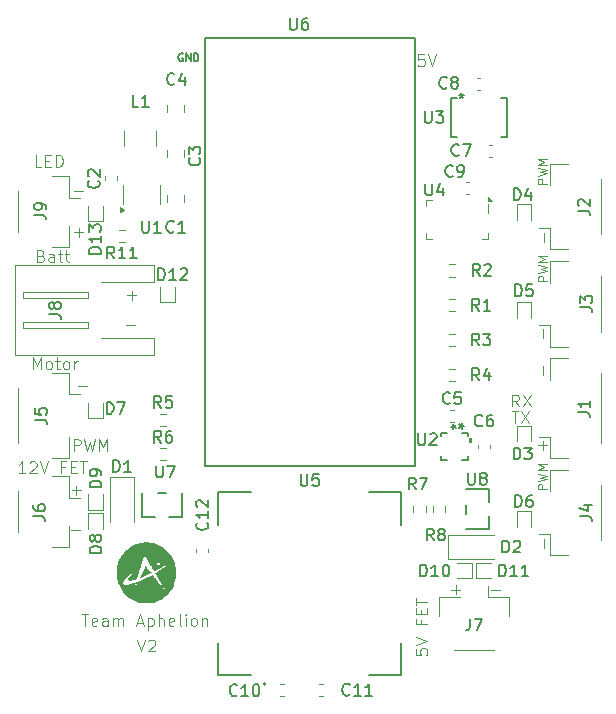
<source format=gbr>
%TF.GenerationSoftware,KiCad,Pcbnew,8.0.1*%
%TF.CreationDate,2024-04-29T03:40:20-07:00*%
%TF.ProjectId,CanSat PCB,43616e53-6174-4205-9043-422e6b696361,4*%
%TF.SameCoordinates,Original*%
%TF.FileFunction,Legend,Top*%
%TF.FilePolarity,Positive*%
%FSLAX46Y46*%
G04 Gerber Fmt 4.6, Leading zero omitted, Abs format (unit mm)*
G04 Created by KiCad (PCBNEW 8.0.1) date 2024-04-29 03:40:20*
%MOMM*%
%LPD*%
G01*
G04 APERTURE LIST*
%ADD10C,0.100000*%
%ADD11C,0.150000*%
%ADD12C,0.000000*%
%ADD13C,0.120000*%
%ADD14C,0.152400*%
%ADD15C,0.127000*%
%ADD16C,0.200000*%
G04 APERTURE END LIST*
D10*
X83955627Y-87442219D02*
X84288960Y-88442219D01*
X84288960Y-88442219D02*
X84622293Y-87442219D01*
X84908008Y-87537457D02*
X84955627Y-87489838D01*
X84955627Y-87489838D02*
X85050865Y-87442219D01*
X85050865Y-87442219D02*
X85288960Y-87442219D01*
X85288960Y-87442219D02*
X85384198Y-87489838D01*
X85384198Y-87489838D02*
X85431817Y-87537457D01*
X85431817Y-87537457D02*
X85479436Y-87632695D01*
X85479436Y-87632695D02*
X85479436Y-87727933D01*
X85479436Y-87727933D02*
X85431817Y-87870790D01*
X85431817Y-87870790D02*
X84860389Y-88442219D01*
X84860389Y-88442219D02*
X85479436Y-88442219D01*
X79256627Y-85283219D02*
X79828055Y-85283219D01*
X79542341Y-86283219D02*
X79542341Y-85283219D01*
X80542341Y-86235600D02*
X80447103Y-86283219D01*
X80447103Y-86283219D02*
X80256627Y-86283219D01*
X80256627Y-86283219D02*
X80161389Y-86235600D01*
X80161389Y-86235600D02*
X80113770Y-86140361D01*
X80113770Y-86140361D02*
X80113770Y-85759409D01*
X80113770Y-85759409D02*
X80161389Y-85664171D01*
X80161389Y-85664171D02*
X80256627Y-85616552D01*
X80256627Y-85616552D02*
X80447103Y-85616552D01*
X80447103Y-85616552D02*
X80542341Y-85664171D01*
X80542341Y-85664171D02*
X80589960Y-85759409D01*
X80589960Y-85759409D02*
X80589960Y-85854647D01*
X80589960Y-85854647D02*
X80113770Y-85949885D01*
X81447103Y-86283219D02*
X81447103Y-85759409D01*
X81447103Y-85759409D02*
X81399484Y-85664171D01*
X81399484Y-85664171D02*
X81304246Y-85616552D01*
X81304246Y-85616552D02*
X81113770Y-85616552D01*
X81113770Y-85616552D02*
X81018532Y-85664171D01*
X81447103Y-86235600D02*
X81351865Y-86283219D01*
X81351865Y-86283219D02*
X81113770Y-86283219D01*
X81113770Y-86283219D02*
X81018532Y-86235600D01*
X81018532Y-86235600D02*
X80970913Y-86140361D01*
X80970913Y-86140361D02*
X80970913Y-86045123D01*
X80970913Y-86045123D02*
X81018532Y-85949885D01*
X81018532Y-85949885D02*
X81113770Y-85902266D01*
X81113770Y-85902266D02*
X81351865Y-85902266D01*
X81351865Y-85902266D02*
X81447103Y-85854647D01*
X81923294Y-86283219D02*
X81923294Y-85616552D01*
X81923294Y-85711790D02*
X81970913Y-85664171D01*
X81970913Y-85664171D02*
X82066151Y-85616552D01*
X82066151Y-85616552D02*
X82209008Y-85616552D01*
X82209008Y-85616552D02*
X82304246Y-85664171D01*
X82304246Y-85664171D02*
X82351865Y-85759409D01*
X82351865Y-85759409D02*
X82351865Y-86283219D01*
X82351865Y-85759409D02*
X82399484Y-85664171D01*
X82399484Y-85664171D02*
X82494722Y-85616552D01*
X82494722Y-85616552D02*
X82637579Y-85616552D01*
X82637579Y-85616552D02*
X82732818Y-85664171D01*
X82732818Y-85664171D02*
X82780437Y-85759409D01*
X82780437Y-85759409D02*
X82780437Y-86283219D01*
X83970913Y-85997504D02*
X84447103Y-85997504D01*
X83875675Y-86283219D02*
X84209008Y-85283219D01*
X84209008Y-85283219D02*
X84542341Y-86283219D01*
X84875675Y-85616552D02*
X84875675Y-86616552D01*
X84875675Y-85664171D02*
X84970913Y-85616552D01*
X84970913Y-85616552D02*
X85161389Y-85616552D01*
X85161389Y-85616552D02*
X85256627Y-85664171D01*
X85256627Y-85664171D02*
X85304246Y-85711790D01*
X85304246Y-85711790D02*
X85351865Y-85807028D01*
X85351865Y-85807028D02*
X85351865Y-86092742D01*
X85351865Y-86092742D02*
X85304246Y-86187980D01*
X85304246Y-86187980D02*
X85256627Y-86235600D01*
X85256627Y-86235600D02*
X85161389Y-86283219D01*
X85161389Y-86283219D02*
X84970913Y-86283219D01*
X84970913Y-86283219D02*
X84875675Y-86235600D01*
X85780437Y-86283219D02*
X85780437Y-85283219D01*
X86209008Y-86283219D02*
X86209008Y-85759409D01*
X86209008Y-85759409D02*
X86161389Y-85664171D01*
X86161389Y-85664171D02*
X86066151Y-85616552D01*
X86066151Y-85616552D02*
X85923294Y-85616552D01*
X85923294Y-85616552D02*
X85828056Y-85664171D01*
X85828056Y-85664171D02*
X85780437Y-85711790D01*
X87066151Y-86235600D02*
X86970913Y-86283219D01*
X86970913Y-86283219D02*
X86780437Y-86283219D01*
X86780437Y-86283219D02*
X86685199Y-86235600D01*
X86685199Y-86235600D02*
X86637580Y-86140361D01*
X86637580Y-86140361D02*
X86637580Y-85759409D01*
X86637580Y-85759409D02*
X86685199Y-85664171D01*
X86685199Y-85664171D02*
X86780437Y-85616552D01*
X86780437Y-85616552D02*
X86970913Y-85616552D01*
X86970913Y-85616552D02*
X87066151Y-85664171D01*
X87066151Y-85664171D02*
X87113770Y-85759409D01*
X87113770Y-85759409D02*
X87113770Y-85854647D01*
X87113770Y-85854647D02*
X86637580Y-85949885D01*
X87685199Y-86283219D02*
X87589961Y-86235600D01*
X87589961Y-86235600D02*
X87542342Y-86140361D01*
X87542342Y-86140361D02*
X87542342Y-85283219D01*
X88066152Y-86283219D02*
X88066152Y-85616552D01*
X88066152Y-85283219D02*
X88018533Y-85330838D01*
X88018533Y-85330838D02*
X88066152Y-85378457D01*
X88066152Y-85378457D02*
X88113771Y-85330838D01*
X88113771Y-85330838D02*
X88066152Y-85283219D01*
X88066152Y-85283219D02*
X88066152Y-85378457D01*
X88685199Y-86283219D02*
X88589961Y-86235600D01*
X88589961Y-86235600D02*
X88542342Y-86187980D01*
X88542342Y-86187980D02*
X88494723Y-86092742D01*
X88494723Y-86092742D02*
X88494723Y-85807028D01*
X88494723Y-85807028D02*
X88542342Y-85711790D01*
X88542342Y-85711790D02*
X88589961Y-85664171D01*
X88589961Y-85664171D02*
X88685199Y-85616552D01*
X88685199Y-85616552D02*
X88828056Y-85616552D01*
X88828056Y-85616552D02*
X88923294Y-85664171D01*
X88923294Y-85664171D02*
X88970913Y-85711790D01*
X88970913Y-85711790D02*
X89018532Y-85807028D01*
X89018532Y-85807028D02*
X89018532Y-86092742D01*
X89018532Y-86092742D02*
X88970913Y-86187980D01*
X88970913Y-86187980D02*
X88923294Y-86235600D01*
X88923294Y-86235600D02*
X88828056Y-86283219D01*
X88828056Y-86283219D02*
X88685199Y-86283219D01*
X89447104Y-85616552D02*
X89447104Y-86283219D01*
X89447104Y-85711790D02*
X89494723Y-85664171D01*
X89494723Y-85664171D02*
X89589961Y-85616552D01*
X89589961Y-85616552D02*
X89732818Y-85616552D01*
X89732818Y-85616552D02*
X89828056Y-85664171D01*
X89828056Y-85664171D02*
X89875675Y-85759409D01*
X89875675Y-85759409D02*
X89875675Y-86283219D01*
X115654827Y-68062019D02*
X116226255Y-68062019D01*
X115940541Y-69062019D02*
X115940541Y-68062019D01*
X116464351Y-68062019D02*
X117131017Y-69062019D01*
X117131017Y-68062019D02*
X116464351Y-69062019D01*
X116267512Y-67690419D02*
X115934179Y-67214228D01*
X115696084Y-67690419D02*
X115696084Y-66690419D01*
X115696084Y-66690419D02*
X116077036Y-66690419D01*
X116077036Y-66690419D02*
X116172274Y-66738038D01*
X116172274Y-66738038D02*
X116219893Y-66785657D01*
X116219893Y-66785657D02*
X116267512Y-66880895D01*
X116267512Y-66880895D02*
X116267512Y-67023752D01*
X116267512Y-67023752D02*
X116219893Y-67118990D01*
X116219893Y-67118990D02*
X116172274Y-67166609D01*
X116172274Y-67166609D02*
X116077036Y-67214228D01*
X116077036Y-67214228D02*
X115696084Y-67214228D01*
X116600846Y-66690419D02*
X117267512Y-67690419D01*
X117267512Y-66690419D02*
X116600846Y-67690419D01*
X117905884Y-70967066D02*
X118667789Y-70967066D01*
X118286836Y-71348019D02*
X118286836Y-70586114D01*
X118312666Y-64999515D02*
X118312666Y-64237611D01*
X118388866Y-79680715D02*
X118388866Y-78918811D01*
X118622614Y-74711039D02*
X117872614Y-74711039D01*
X117872614Y-74711039D02*
X117872614Y-74425325D01*
X117872614Y-74425325D02*
X117908328Y-74353896D01*
X117908328Y-74353896D02*
X117944042Y-74318182D01*
X117944042Y-74318182D02*
X118015471Y-74282468D01*
X118015471Y-74282468D02*
X118122614Y-74282468D01*
X118122614Y-74282468D02*
X118194042Y-74318182D01*
X118194042Y-74318182D02*
X118229757Y-74353896D01*
X118229757Y-74353896D02*
X118265471Y-74425325D01*
X118265471Y-74425325D02*
X118265471Y-74711039D01*
X117872614Y-74032468D02*
X118622614Y-73853896D01*
X118622614Y-73853896D02*
X118086900Y-73711039D01*
X118086900Y-73711039D02*
X118622614Y-73568182D01*
X118622614Y-73568182D02*
X117872614Y-73389611D01*
X118622614Y-73103896D02*
X117872614Y-73103896D01*
X117872614Y-73103896D02*
X118408328Y-72853896D01*
X118408328Y-72853896D02*
X117872614Y-72603896D01*
X117872614Y-72603896D02*
X118622614Y-72603896D01*
X118673414Y-57058039D02*
X117923414Y-57058039D01*
X117923414Y-57058039D02*
X117923414Y-56772325D01*
X117923414Y-56772325D02*
X117959128Y-56700896D01*
X117959128Y-56700896D02*
X117994842Y-56665182D01*
X117994842Y-56665182D02*
X118066271Y-56629468D01*
X118066271Y-56629468D02*
X118173414Y-56629468D01*
X118173414Y-56629468D02*
X118244842Y-56665182D01*
X118244842Y-56665182D02*
X118280557Y-56700896D01*
X118280557Y-56700896D02*
X118316271Y-56772325D01*
X118316271Y-56772325D02*
X118316271Y-57058039D01*
X117923414Y-56379468D02*
X118673414Y-56200896D01*
X118673414Y-56200896D02*
X118137700Y-56058039D01*
X118137700Y-56058039D02*
X118673414Y-55915182D01*
X118673414Y-55915182D02*
X117923414Y-55736611D01*
X118673414Y-55450896D02*
X117923414Y-55450896D01*
X117923414Y-55450896D02*
X118459128Y-55200896D01*
X118459128Y-55200896D02*
X117923414Y-54950896D01*
X117923414Y-54950896D02*
X118673414Y-54950896D01*
X118338066Y-61926115D02*
X118338066Y-61164211D01*
X118622614Y-48828439D02*
X117872614Y-48828439D01*
X117872614Y-48828439D02*
X117872614Y-48542725D01*
X117872614Y-48542725D02*
X117908328Y-48471296D01*
X117908328Y-48471296D02*
X117944042Y-48435582D01*
X117944042Y-48435582D02*
X118015471Y-48399868D01*
X118015471Y-48399868D02*
X118122614Y-48399868D01*
X118122614Y-48399868D02*
X118194042Y-48435582D01*
X118194042Y-48435582D02*
X118229757Y-48471296D01*
X118229757Y-48471296D02*
X118265471Y-48542725D01*
X118265471Y-48542725D02*
X118265471Y-48828439D01*
X117872614Y-48149868D02*
X118622614Y-47971296D01*
X118622614Y-47971296D02*
X118086900Y-47828439D01*
X118086900Y-47828439D02*
X118622614Y-47685582D01*
X118622614Y-47685582D02*
X117872614Y-47507011D01*
X118622614Y-47221296D02*
X117872614Y-47221296D01*
X117872614Y-47221296D02*
X118408328Y-46971296D01*
X118408328Y-46971296D02*
X117872614Y-46721296D01*
X117872614Y-46721296D02*
X118622614Y-46721296D01*
X118414266Y-53747315D02*
X118414266Y-52985411D01*
X114707315Y-83210933D02*
X113945411Y-83210933D01*
X110565284Y-83209866D02*
X111327189Y-83209866D01*
X110946236Y-83590819D02*
X110946236Y-82828914D01*
X107533619Y-88221525D02*
X107533619Y-88697715D01*
X107533619Y-88697715D02*
X108009809Y-88745334D01*
X108009809Y-88745334D02*
X107962190Y-88697715D01*
X107962190Y-88697715D02*
X107914571Y-88602477D01*
X107914571Y-88602477D02*
X107914571Y-88364382D01*
X107914571Y-88364382D02*
X107962190Y-88269144D01*
X107962190Y-88269144D02*
X108009809Y-88221525D01*
X108009809Y-88221525D02*
X108105047Y-88173906D01*
X108105047Y-88173906D02*
X108343142Y-88173906D01*
X108343142Y-88173906D02*
X108438380Y-88221525D01*
X108438380Y-88221525D02*
X108486000Y-88269144D01*
X108486000Y-88269144D02*
X108533619Y-88364382D01*
X108533619Y-88364382D02*
X108533619Y-88602477D01*
X108533619Y-88602477D02*
X108486000Y-88697715D01*
X108486000Y-88697715D02*
X108438380Y-88745334D01*
X107533619Y-87888191D02*
X108533619Y-87554858D01*
X108533619Y-87554858D02*
X107533619Y-87221525D01*
X108009809Y-85792953D02*
X108009809Y-86126286D01*
X108533619Y-86126286D02*
X107533619Y-86126286D01*
X107533619Y-86126286D02*
X107533619Y-85650096D01*
X108009809Y-85269143D02*
X108009809Y-84935810D01*
X108533619Y-84792953D02*
X108533619Y-85269143D01*
X108533619Y-85269143D02*
X107533619Y-85269143D01*
X107533619Y-85269143D02*
X107533619Y-84792953D01*
X107533619Y-84507238D02*
X107533619Y-83935810D01*
X108533619Y-84221524D02*
X107533619Y-84221524D01*
X108247474Y-37886819D02*
X107771284Y-37886819D01*
X107771284Y-37886819D02*
X107723665Y-38363009D01*
X107723665Y-38363009D02*
X107771284Y-38315390D01*
X107771284Y-38315390D02*
X107866522Y-38267771D01*
X107866522Y-38267771D02*
X108104617Y-38267771D01*
X108104617Y-38267771D02*
X108199855Y-38315390D01*
X108199855Y-38315390D02*
X108247474Y-38363009D01*
X108247474Y-38363009D02*
X108295093Y-38458247D01*
X108295093Y-38458247D02*
X108295093Y-38696342D01*
X108295093Y-38696342D02*
X108247474Y-38791580D01*
X108247474Y-38791580D02*
X108199855Y-38839200D01*
X108199855Y-38839200D02*
X108104617Y-38886819D01*
X108104617Y-38886819D02*
X107866522Y-38886819D01*
X107866522Y-38886819D02*
X107771284Y-38839200D01*
X107771284Y-38839200D02*
X107723665Y-38791580D01*
X108580808Y-37886819D02*
X108914141Y-38886819D01*
X108914141Y-38886819D02*
X109247474Y-37886819D01*
X78383484Y-78155266D02*
X79145389Y-78155266D01*
X78408884Y-74802466D02*
X79170789Y-74802466D01*
X78789836Y-75183419D02*
X78789836Y-74421514D01*
X74487693Y-73354619D02*
X73916265Y-73354619D01*
X74201979Y-73354619D02*
X74201979Y-72354619D01*
X74201979Y-72354619D02*
X74106741Y-72497476D01*
X74106741Y-72497476D02*
X74011503Y-72592714D01*
X74011503Y-72592714D02*
X73916265Y-72640333D01*
X74868646Y-72449857D02*
X74916265Y-72402238D01*
X74916265Y-72402238D02*
X75011503Y-72354619D01*
X75011503Y-72354619D02*
X75249598Y-72354619D01*
X75249598Y-72354619D02*
X75344836Y-72402238D01*
X75344836Y-72402238D02*
X75392455Y-72449857D01*
X75392455Y-72449857D02*
X75440074Y-72545095D01*
X75440074Y-72545095D02*
X75440074Y-72640333D01*
X75440074Y-72640333D02*
X75392455Y-72783190D01*
X75392455Y-72783190D02*
X74821027Y-73354619D01*
X74821027Y-73354619D02*
X75440074Y-73354619D01*
X75725789Y-72354619D02*
X76059122Y-73354619D01*
X76059122Y-73354619D02*
X76392455Y-72354619D01*
X77821027Y-72830809D02*
X77487694Y-72830809D01*
X77487694Y-73354619D02*
X77487694Y-72354619D01*
X77487694Y-72354619D02*
X77963884Y-72354619D01*
X78344837Y-72830809D02*
X78678170Y-72830809D01*
X78821027Y-73354619D02*
X78344837Y-73354619D01*
X78344837Y-73354619D02*
X78344837Y-72354619D01*
X78344837Y-72354619D02*
X78821027Y-72354619D01*
X79106742Y-72354619D02*
X79678170Y-72354619D01*
X79392456Y-73354619D02*
X79392456Y-72354619D01*
X78586684Y-71449619D02*
X78586684Y-70449619D01*
X78586684Y-70449619D02*
X78967636Y-70449619D01*
X78967636Y-70449619D02*
X79062874Y-70497238D01*
X79062874Y-70497238D02*
X79110493Y-70544857D01*
X79110493Y-70544857D02*
X79158112Y-70640095D01*
X79158112Y-70640095D02*
X79158112Y-70782952D01*
X79158112Y-70782952D02*
X79110493Y-70878190D01*
X79110493Y-70878190D02*
X79062874Y-70925809D01*
X79062874Y-70925809D02*
X78967636Y-70973428D01*
X78967636Y-70973428D02*
X78586684Y-70973428D01*
X79491446Y-70449619D02*
X79729541Y-71449619D01*
X79729541Y-71449619D02*
X79920017Y-70735333D01*
X79920017Y-70735333D02*
X80110493Y-71449619D01*
X80110493Y-71449619D02*
X80348589Y-70449619D01*
X80729541Y-71449619D02*
X80729541Y-70449619D01*
X80729541Y-70449619D02*
X81062874Y-71163904D01*
X81062874Y-71163904D02*
X81396207Y-70449619D01*
X81396207Y-70449619D02*
X81396207Y-71449619D01*
X78916884Y-65988666D02*
X79678789Y-65988666D01*
X75106884Y-64540819D02*
X75106884Y-63540819D01*
X75106884Y-63540819D02*
X75440217Y-64255104D01*
X75440217Y-64255104D02*
X75773550Y-63540819D01*
X75773550Y-63540819D02*
X75773550Y-64540819D01*
X76392598Y-64540819D02*
X76297360Y-64493200D01*
X76297360Y-64493200D02*
X76249741Y-64445580D01*
X76249741Y-64445580D02*
X76202122Y-64350342D01*
X76202122Y-64350342D02*
X76202122Y-64064628D01*
X76202122Y-64064628D02*
X76249741Y-63969390D01*
X76249741Y-63969390D02*
X76297360Y-63921771D01*
X76297360Y-63921771D02*
X76392598Y-63874152D01*
X76392598Y-63874152D02*
X76535455Y-63874152D01*
X76535455Y-63874152D02*
X76630693Y-63921771D01*
X76630693Y-63921771D02*
X76678312Y-63969390D01*
X76678312Y-63969390D02*
X76725931Y-64064628D01*
X76725931Y-64064628D02*
X76725931Y-64350342D01*
X76725931Y-64350342D02*
X76678312Y-64445580D01*
X76678312Y-64445580D02*
X76630693Y-64493200D01*
X76630693Y-64493200D02*
X76535455Y-64540819D01*
X76535455Y-64540819D02*
X76392598Y-64540819D01*
X77011646Y-63874152D02*
X77392598Y-63874152D01*
X77154503Y-63540819D02*
X77154503Y-64397961D01*
X77154503Y-64397961D02*
X77202122Y-64493200D01*
X77202122Y-64493200D02*
X77297360Y-64540819D01*
X77297360Y-64540819D02*
X77392598Y-64540819D01*
X77868789Y-64540819D02*
X77773551Y-64493200D01*
X77773551Y-64493200D02*
X77725932Y-64445580D01*
X77725932Y-64445580D02*
X77678313Y-64350342D01*
X77678313Y-64350342D02*
X77678313Y-64064628D01*
X77678313Y-64064628D02*
X77725932Y-63969390D01*
X77725932Y-63969390D02*
X77773551Y-63921771D01*
X77773551Y-63921771D02*
X77868789Y-63874152D01*
X77868789Y-63874152D02*
X78011646Y-63874152D01*
X78011646Y-63874152D02*
X78106884Y-63921771D01*
X78106884Y-63921771D02*
X78154503Y-63969390D01*
X78154503Y-63969390D02*
X78202122Y-64064628D01*
X78202122Y-64064628D02*
X78202122Y-64350342D01*
X78202122Y-64350342D02*
X78154503Y-64445580D01*
X78154503Y-64445580D02*
X78106884Y-64493200D01*
X78106884Y-64493200D02*
X78011646Y-64540819D01*
X78011646Y-64540819D02*
X77868789Y-64540819D01*
X78630694Y-64540819D02*
X78630694Y-63874152D01*
X78630694Y-64064628D02*
X78678313Y-63969390D01*
X78678313Y-63969390D02*
X78725932Y-63921771D01*
X78725932Y-63921771D02*
X78821170Y-63874152D01*
X78821170Y-63874152D02*
X78916408Y-63874152D01*
X83031684Y-60781666D02*
X83793589Y-60781666D01*
X83107884Y-58267066D02*
X83869789Y-58267066D01*
X83488836Y-58648019D02*
X83488836Y-57886114D01*
X75821217Y-54923809D02*
X75964074Y-54971428D01*
X75964074Y-54971428D02*
X76011693Y-55019047D01*
X76011693Y-55019047D02*
X76059312Y-55114285D01*
X76059312Y-55114285D02*
X76059312Y-55257142D01*
X76059312Y-55257142D02*
X76011693Y-55352380D01*
X76011693Y-55352380D02*
X75964074Y-55400000D01*
X75964074Y-55400000D02*
X75868836Y-55447619D01*
X75868836Y-55447619D02*
X75487884Y-55447619D01*
X75487884Y-55447619D02*
X75487884Y-54447619D01*
X75487884Y-54447619D02*
X75821217Y-54447619D01*
X75821217Y-54447619D02*
X75916455Y-54495238D01*
X75916455Y-54495238D02*
X75964074Y-54542857D01*
X75964074Y-54542857D02*
X76011693Y-54638095D01*
X76011693Y-54638095D02*
X76011693Y-54733333D01*
X76011693Y-54733333D02*
X75964074Y-54828571D01*
X75964074Y-54828571D02*
X75916455Y-54876190D01*
X75916455Y-54876190D02*
X75821217Y-54923809D01*
X75821217Y-54923809D02*
X75487884Y-54923809D01*
X76916455Y-55447619D02*
X76916455Y-54923809D01*
X76916455Y-54923809D02*
X76868836Y-54828571D01*
X76868836Y-54828571D02*
X76773598Y-54780952D01*
X76773598Y-54780952D02*
X76583122Y-54780952D01*
X76583122Y-54780952D02*
X76487884Y-54828571D01*
X76916455Y-55400000D02*
X76821217Y-55447619D01*
X76821217Y-55447619D02*
X76583122Y-55447619D01*
X76583122Y-55447619D02*
X76487884Y-55400000D01*
X76487884Y-55400000D02*
X76440265Y-55304761D01*
X76440265Y-55304761D02*
X76440265Y-55209523D01*
X76440265Y-55209523D02*
X76487884Y-55114285D01*
X76487884Y-55114285D02*
X76583122Y-55066666D01*
X76583122Y-55066666D02*
X76821217Y-55066666D01*
X76821217Y-55066666D02*
X76916455Y-55019047D01*
X77249789Y-54780952D02*
X77630741Y-54780952D01*
X77392646Y-54447619D02*
X77392646Y-55304761D01*
X77392646Y-55304761D02*
X77440265Y-55400000D01*
X77440265Y-55400000D02*
X77535503Y-55447619D01*
X77535503Y-55447619D02*
X77630741Y-55447619D01*
X77821218Y-54780952D02*
X78202170Y-54780952D01*
X77964075Y-54447619D02*
X77964075Y-55304761D01*
X77964075Y-55304761D02*
X78011694Y-55400000D01*
X78011694Y-55400000D02*
X78106932Y-55447619D01*
X78106932Y-55447619D02*
X78202170Y-55447619D01*
X78612084Y-52933066D02*
X79373989Y-52933066D01*
X78993036Y-53314019D02*
X78993036Y-52552114D01*
X78637484Y-49453266D02*
X79399389Y-49453266D01*
X75837074Y-47395819D02*
X75360884Y-47395819D01*
X75360884Y-47395819D02*
X75360884Y-46395819D01*
X76170408Y-46872009D02*
X76503741Y-46872009D01*
X76646598Y-47395819D02*
X76170408Y-47395819D01*
X76170408Y-47395819D02*
X76170408Y-46395819D01*
X76170408Y-46395819D02*
X76646598Y-46395819D01*
X77075170Y-47395819D02*
X77075170Y-46395819D01*
X77075170Y-46395819D02*
X77313265Y-46395819D01*
X77313265Y-46395819D02*
X77456122Y-46443438D01*
X77456122Y-46443438D02*
X77551360Y-46538676D01*
X77551360Y-46538676D02*
X77598979Y-46633914D01*
X77598979Y-46633914D02*
X77646598Y-46824390D01*
X77646598Y-46824390D02*
X77646598Y-46967247D01*
X77646598Y-46967247D02*
X77598979Y-47157723D01*
X77598979Y-47157723D02*
X77551360Y-47252961D01*
X77551360Y-47252961D02*
X77456122Y-47348200D01*
X77456122Y-47348200D02*
X77313265Y-47395819D01*
X77313265Y-47395819D02*
X77075170Y-47395819D01*
D11*
X76493019Y-59870933D02*
X77207304Y-59870933D01*
X77207304Y-59870933D02*
X77350161Y-59918552D01*
X77350161Y-59918552D02*
X77445400Y-60013790D01*
X77445400Y-60013790D02*
X77493019Y-60156647D01*
X77493019Y-60156647D02*
X77493019Y-60251885D01*
X76921590Y-59251885D02*
X76873971Y-59347123D01*
X76873971Y-59347123D02*
X76826352Y-59394742D01*
X76826352Y-59394742D02*
X76731114Y-59442361D01*
X76731114Y-59442361D02*
X76683495Y-59442361D01*
X76683495Y-59442361D02*
X76588257Y-59394742D01*
X76588257Y-59394742D02*
X76540638Y-59347123D01*
X76540638Y-59347123D02*
X76493019Y-59251885D01*
X76493019Y-59251885D02*
X76493019Y-59061409D01*
X76493019Y-59061409D02*
X76540638Y-58966171D01*
X76540638Y-58966171D02*
X76588257Y-58918552D01*
X76588257Y-58918552D02*
X76683495Y-58870933D01*
X76683495Y-58870933D02*
X76731114Y-58870933D01*
X76731114Y-58870933D02*
X76826352Y-58918552D01*
X76826352Y-58918552D02*
X76873971Y-58966171D01*
X76873971Y-58966171D02*
X76921590Y-59061409D01*
X76921590Y-59061409D02*
X76921590Y-59251885D01*
X76921590Y-59251885D02*
X76969209Y-59347123D01*
X76969209Y-59347123D02*
X77016828Y-59394742D01*
X77016828Y-59394742D02*
X77112066Y-59442361D01*
X77112066Y-59442361D02*
X77302542Y-59442361D01*
X77302542Y-59442361D02*
X77397780Y-59394742D01*
X77397780Y-59394742D02*
X77445400Y-59347123D01*
X77445400Y-59347123D02*
X77493019Y-59251885D01*
X77493019Y-59251885D02*
X77493019Y-59061409D01*
X77493019Y-59061409D02*
X77445400Y-58966171D01*
X77445400Y-58966171D02*
X77397780Y-58918552D01*
X77397780Y-58918552D02*
X77302542Y-58870933D01*
X77302542Y-58870933D02*
X77112066Y-58870933D01*
X77112066Y-58870933D02*
X77016828Y-58918552D01*
X77016828Y-58918552D02*
X76969209Y-58966171D01*
X76969209Y-58966171D02*
X76921590Y-59061409D01*
X115822505Y-72184419D02*
X115822505Y-71184419D01*
X115822505Y-71184419D02*
X116060600Y-71184419D01*
X116060600Y-71184419D02*
X116203457Y-71232038D01*
X116203457Y-71232038D02*
X116298695Y-71327276D01*
X116298695Y-71327276D02*
X116346314Y-71422514D01*
X116346314Y-71422514D02*
X116393933Y-71612990D01*
X116393933Y-71612990D02*
X116393933Y-71755847D01*
X116393933Y-71755847D02*
X116346314Y-71946323D01*
X116346314Y-71946323D02*
X116298695Y-72041561D01*
X116298695Y-72041561D02*
X116203457Y-72136800D01*
X116203457Y-72136800D02*
X116060600Y-72184419D01*
X116060600Y-72184419D02*
X115822505Y-72184419D01*
X116727267Y-71184419D02*
X117346314Y-71184419D01*
X117346314Y-71184419D02*
X117012981Y-71565371D01*
X117012981Y-71565371D02*
X117155838Y-71565371D01*
X117155838Y-71565371D02*
X117251076Y-71612990D01*
X117251076Y-71612990D02*
X117298695Y-71660609D01*
X117298695Y-71660609D02*
X117346314Y-71755847D01*
X117346314Y-71755847D02*
X117346314Y-71993942D01*
X117346314Y-71993942D02*
X117298695Y-72089180D01*
X117298695Y-72089180D02*
X117251076Y-72136800D01*
X117251076Y-72136800D02*
X117155838Y-72184419D01*
X117155838Y-72184419D02*
X116870124Y-72184419D01*
X116870124Y-72184419D02*
X116774886Y-72136800D01*
X116774886Y-72136800D02*
X116727267Y-72089180D01*
X115847905Y-50238819D02*
X115847905Y-49238819D01*
X115847905Y-49238819D02*
X116086000Y-49238819D01*
X116086000Y-49238819D02*
X116228857Y-49286438D01*
X116228857Y-49286438D02*
X116324095Y-49381676D01*
X116324095Y-49381676D02*
X116371714Y-49476914D01*
X116371714Y-49476914D02*
X116419333Y-49667390D01*
X116419333Y-49667390D02*
X116419333Y-49810247D01*
X116419333Y-49810247D02*
X116371714Y-50000723D01*
X116371714Y-50000723D02*
X116324095Y-50095961D01*
X116324095Y-50095961D02*
X116228857Y-50191200D01*
X116228857Y-50191200D02*
X116086000Y-50238819D01*
X116086000Y-50238819D02*
X115847905Y-50238819D01*
X117276476Y-49572152D02*
X117276476Y-50238819D01*
X117038381Y-49191200D02*
X116800286Y-49905485D01*
X116800286Y-49905485D02*
X117419333Y-49905485D01*
X115949505Y-58366819D02*
X115949505Y-57366819D01*
X115949505Y-57366819D02*
X116187600Y-57366819D01*
X116187600Y-57366819D02*
X116330457Y-57414438D01*
X116330457Y-57414438D02*
X116425695Y-57509676D01*
X116425695Y-57509676D02*
X116473314Y-57604914D01*
X116473314Y-57604914D02*
X116520933Y-57795390D01*
X116520933Y-57795390D02*
X116520933Y-57938247D01*
X116520933Y-57938247D02*
X116473314Y-58128723D01*
X116473314Y-58128723D02*
X116425695Y-58223961D01*
X116425695Y-58223961D02*
X116330457Y-58319200D01*
X116330457Y-58319200D02*
X116187600Y-58366819D01*
X116187600Y-58366819D02*
X115949505Y-58366819D01*
X117425695Y-57366819D02*
X116949505Y-57366819D01*
X116949505Y-57366819D02*
X116901886Y-57843009D01*
X116901886Y-57843009D02*
X116949505Y-57795390D01*
X116949505Y-57795390D02*
X117044743Y-57747771D01*
X117044743Y-57747771D02*
X117282838Y-57747771D01*
X117282838Y-57747771D02*
X117378076Y-57795390D01*
X117378076Y-57795390D02*
X117425695Y-57843009D01*
X117425695Y-57843009D02*
X117473314Y-57938247D01*
X117473314Y-57938247D02*
X117473314Y-58176342D01*
X117473314Y-58176342D02*
X117425695Y-58271580D01*
X117425695Y-58271580D02*
X117378076Y-58319200D01*
X117378076Y-58319200D02*
X117282838Y-58366819D01*
X117282838Y-58366819D02*
X117044743Y-58366819D01*
X117044743Y-58366819D02*
X116949505Y-58319200D01*
X116949505Y-58319200D02*
X116901886Y-58271580D01*
X115949505Y-76197619D02*
X115949505Y-75197619D01*
X115949505Y-75197619D02*
X116187600Y-75197619D01*
X116187600Y-75197619D02*
X116330457Y-75245238D01*
X116330457Y-75245238D02*
X116425695Y-75340476D01*
X116425695Y-75340476D02*
X116473314Y-75435714D01*
X116473314Y-75435714D02*
X116520933Y-75626190D01*
X116520933Y-75626190D02*
X116520933Y-75769047D01*
X116520933Y-75769047D02*
X116473314Y-75959523D01*
X116473314Y-75959523D02*
X116425695Y-76054761D01*
X116425695Y-76054761D02*
X116330457Y-76150000D01*
X116330457Y-76150000D02*
X116187600Y-76197619D01*
X116187600Y-76197619D02*
X115949505Y-76197619D01*
X117378076Y-75197619D02*
X117187600Y-75197619D01*
X117187600Y-75197619D02*
X117092362Y-75245238D01*
X117092362Y-75245238D02*
X117044743Y-75292857D01*
X117044743Y-75292857D02*
X116949505Y-75435714D01*
X116949505Y-75435714D02*
X116901886Y-75626190D01*
X116901886Y-75626190D02*
X116901886Y-76007142D01*
X116901886Y-76007142D02*
X116949505Y-76102380D01*
X116949505Y-76102380D02*
X116997124Y-76150000D01*
X116997124Y-76150000D02*
X117092362Y-76197619D01*
X117092362Y-76197619D02*
X117282838Y-76197619D01*
X117282838Y-76197619D02*
X117378076Y-76150000D01*
X117378076Y-76150000D02*
X117425695Y-76102380D01*
X117425695Y-76102380D02*
X117473314Y-76007142D01*
X117473314Y-76007142D02*
X117473314Y-75769047D01*
X117473314Y-75769047D02*
X117425695Y-75673809D01*
X117425695Y-75673809D02*
X117378076Y-75626190D01*
X117378076Y-75626190D02*
X117282838Y-75578571D01*
X117282838Y-75578571D02*
X117092362Y-75578571D01*
X117092362Y-75578571D02*
X116997124Y-75626190D01*
X116997124Y-75626190D02*
X116949505Y-75673809D01*
X116949505Y-75673809D02*
X116901886Y-75769047D01*
X81380105Y-68349019D02*
X81380105Y-67349019D01*
X81380105Y-67349019D02*
X81618200Y-67349019D01*
X81618200Y-67349019D02*
X81761057Y-67396638D01*
X81761057Y-67396638D02*
X81856295Y-67491876D01*
X81856295Y-67491876D02*
X81903914Y-67587114D01*
X81903914Y-67587114D02*
X81951533Y-67777590D01*
X81951533Y-67777590D02*
X81951533Y-67920447D01*
X81951533Y-67920447D02*
X81903914Y-68110923D01*
X81903914Y-68110923D02*
X81856295Y-68206161D01*
X81856295Y-68206161D02*
X81761057Y-68301400D01*
X81761057Y-68301400D02*
X81618200Y-68349019D01*
X81618200Y-68349019D02*
X81380105Y-68349019D01*
X82284867Y-67349019D02*
X82951533Y-67349019D01*
X82951533Y-67349019D02*
X82522962Y-68349019D01*
X80922019Y-80082094D02*
X79922019Y-80082094D01*
X79922019Y-80082094D02*
X79922019Y-79843999D01*
X79922019Y-79843999D02*
X79969638Y-79701142D01*
X79969638Y-79701142D02*
X80064876Y-79605904D01*
X80064876Y-79605904D02*
X80160114Y-79558285D01*
X80160114Y-79558285D02*
X80350590Y-79510666D01*
X80350590Y-79510666D02*
X80493447Y-79510666D01*
X80493447Y-79510666D02*
X80683923Y-79558285D01*
X80683923Y-79558285D02*
X80779161Y-79605904D01*
X80779161Y-79605904D02*
X80874400Y-79701142D01*
X80874400Y-79701142D02*
X80922019Y-79843999D01*
X80922019Y-79843999D02*
X80922019Y-80082094D01*
X80350590Y-78939237D02*
X80302971Y-79034475D01*
X80302971Y-79034475D02*
X80255352Y-79082094D01*
X80255352Y-79082094D02*
X80160114Y-79129713D01*
X80160114Y-79129713D02*
X80112495Y-79129713D01*
X80112495Y-79129713D02*
X80017257Y-79082094D01*
X80017257Y-79082094D02*
X79969638Y-79034475D01*
X79969638Y-79034475D02*
X79922019Y-78939237D01*
X79922019Y-78939237D02*
X79922019Y-78748761D01*
X79922019Y-78748761D02*
X79969638Y-78653523D01*
X79969638Y-78653523D02*
X80017257Y-78605904D01*
X80017257Y-78605904D02*
X80112495Y-78558285D01*
X80112495Y-78558285D02*
X80160114Y-78558285D01*
X80160114Y-78558285D02*
X80255352Y-78605904D01*
X80255352Y-78605904D02*
X80302971Y-78653523D01*
X80302971Y-78653523D02*
X80350590Y-78748761D01*
X80350590Y-78748761D02*
X80350590Y-78939237D01*
X80350590Y-78939237D02*
X80398209Y-79034475D01*
X80398209Y-79034475D02*
X80445828Y-79082094D01*
X80445828Y-79082094D02*
X80541066Y-79129713D01*
X80541066Y-79129713D02*
X80731542Y-79129713D01*
X80731542Y-79129713D02*
X80826780Y-79082094D01*
X80826780Y-79082094D02*
X80874400Y-79034475D01*
X80874400Y-79034475D02*
X80922019Y-78939237D01*
X80922019Y-78939237D02*
X80922019Y-78748761D01*
X80922019Y-78748761D02*
X80874400Y-78653523D01*
X80874400Y-78653523D02*
X80826780Y-78605904D01*
X80826780Y-78605904D02*
X80731542Y-78558285D01*
X80731542Y-78558285D02*
X80541066Y-78558285D01*
X80541066Y-78558285D02*
X80445828Y-78605904D01*
X80445828Y-78605904D02*
X80398209Y-78653523D01*
X80398209Y-78653523D02*
X80350590Y-78748761D01*
X80922019Y-74544894D02*
X79922019Y-74544894D01*
X79922019Y-74544894D02*
X79922019Y-74306799D01*
X79922019Y-74306799D02*
X79969638Y-74163942D01*
X79969638Y-74163942D02*
X80064876Y-74068704D01*
X80064876Y-74068704D02*
X80160114Y-74021085D01*
X80160114Y-74021085D02*
X80350590Y-73973466D01*
X80350590Y-73973466D02*
X80493447Y-73973466D01*
X80493447Y-73973466D02*
X80683923Y-74021085D01*
X80683923Y-74021085D02*
X80779161Y-74068704D01*
X80779161Y-74068704D02*
X80874400Y-74163942D01*
X80874400Y-74163942D02*
X80922019Y-74306799D01*
X80922019Y-74306799D02*
X80922019Y-74544894D01*
X80922019Y-73497275D02*
X80922019Y-73306799D01*
X80922019Y-73306799D02*
X80874400Y-73211561D01*
X80874400Y-73211561D02*
X80826780Y-73163942D01*
X80826780Y-73163942D02*
X80683923Y-73068704D01*
X80683923Y-73068704D02*
X80493447Y-73021085D01*
X80493447Y-73021085D02*
X80112495Y-73021085D01*
X80112495Y-73021085D02*
X80017257Y-73068704D01*
X80017257Y-73068704D02*
X79969638Y-73116323D01*
X79969638Y-73116323D02*
X79922019Y-73211561D01*
X79922019Y-73211561D02*
X79922019Y-73402037D01*
X79922019Y-73402037D02*
X79969638Y-73497275D01*
X79969638Y-73497275D02*
X80017257Y-73544894D01*
X80017257Y-73544894D02*
X80112495Y-73592513D01*
X80112495Y-73592513D02*
X80350590Y-73592513D01*
X80350590Y-73592513D02*
X80445828Y-73544894D01*
X80445828Y-73544894D02*
X80493447Y-73497275D01*
X80493447Y-73497275D02*
X80541066Y-73402037D01*
X80541066Y-73402037D02*
X80541066Y-73211561D01*
X80541066Y-73211561D02*
X80493447Y-73116323D01*
X80493447Y-73116323D02*
X80445828Y-73068704D01*
X80445828Y-73068704D02*
X80350590Y-73021085D01*
X107904114Y-82084819D02*
X107904114Y-81084819D01*
X107904114Y-81084819D02*
X108142209Y-81084819D01*
X108142209Y-81084819D02*
X108285066Y-81132438D01*
X108285066Y-81132438D02*
X108380304Y-81227676D01*
X108380304Y-81227676D02*
X108427923Y-81322914D01*
X108427923Y-81322914D02*
X108475542Y-81513390D01*
X108475542Y-81513390D02*
X108475542Y-81656247D01*
X108475542Y-81656247D02*
X108427923Y-81846723D01*
X108427923Y-81846723D02*
X108380304Y-81941961D01*
X108380304Y-81941961D02*
X108285066Y-82037200D01*
X108285066Y-82037200D02*
X108142209Y-82084819D01*
X108142209Y-82084819D02*
X107904114Y-82084819D01*
X109427923Y-82084819D02*
X108856495Y-82084819D01*
X109142209Y-82084819D02*
X109142209Y-81084819D01*
X109142209Y-81084819D02*
X109046971Y-81227676D01*
X109046971Y-81227676D02*
X108951733Y-81322914D01*
X108951733Y-81322914D02*
X108856495Y-81370533D01*
X110046971Y-81084819D02*
X110142209Y-81084819D01*
X110142209Y-81084819D02*
X110237447Y-81132438D01*
X110237447Y-81132438D02*
X110285066Y-81180057D01*
X110285066Y-81180057D02*
X110332685Y-81275295D01*
X110332685Y-81275295D02*
X110380304Y-81465771D01*
X110380304Y-81465771D02*
X110380304Y-81703866D01*
X110380304Y-81703866D02*
X110332685Y-81894342D01*
X110332685Y-81894342D02*
X110285066Y-81989580D01*
X110285066Y-81989580D02*
X110237447Y-82037200D01*
X110237447Y-82037200D02*
X110142209Y-82084819D01*
X110142209Y-82084819D02*
X110046971Y-82084819D01*
X110046971Y-82084819D02*
X109951733Y-82037200D01*
X109951733Y-82037200D02*
X109904114Y-81989580D01*
X109904114Y-81989580D02*
X109856495Y-81894342D01*
X109856495Y-81894342D02*
X109808876Y-81703866D01*
X109808876Y-81703866D02*
X109808876Y-81465771D01*
X109808876Y-81465771D02*
X109856495Y-81275295D01*
X109856495Y-81275295D02*
X109904114Y-81180057D01*
X109904114Y-81180057D02*
X109951733Y-81132438D01*
X109951733Y-81132438D02*
X110046971Y-81084819D01*
X114609714Y-82084819D02*
X114609714Y-81084819D01*
X114609714Y-81084819D02*
X114847809Y-81084819D01*
X114847809Y-81084819D02*
X114990666Y-81132438D01*
X114990666Y-81132438D02*
X115085904Y-81227676D01*
X115085904Y-81227676D02*
X115133523Y-81322914D01*
X115133523Y-81322914D02*
X115181142Y-81513390D01*
X115181142Y-81513390D02*
X115181142Y-81656247D01*
X115181142Y-81656247D02*
X115133523Y-81846723D01*
X115133523Y-81846723D02*
X115085904Y-81941961D01*
X115085904Y-81941961D02*
X114990666Y-82037200D01*
X114990666Y-82037200D02*
X114847809Y-82084819D01*
X114847809Y-82084819D02*
X114609714Y-82084819D01*
X116133523Y-82084819D02*
X115562095Y-82084819D01*
X115847809Y-82084819D02*
X115847809Y-81084819D01*
X115847809Y-81084819D02*
X115752571Y-81227676D01*
X115752571Y-81227676D02*
X115657333Y-81322914D01*
X115657333Y-81322914D02*
X115562095Y-81370533D01*
X117085904Y-82084819D02*
X116514476Y-82084819D01*
X116800190Y-82084819D02*
X116800190Y-81084819D01*
X116800190Y-81084819D02*
X116704952Y-81227676D01*
X116704952Y-81227676D02*
X116609714Y-81322914D01*
X116609714Y-81322914D02*
X116514476Y-81370533D01*
X85729914Y-56995219D02*
X85729914Y-55995219D01*
X85729914Y-55995219D02*
X85968009Y-55995219D01*
X85968009Y-55995219D02*
X86110866Y-56042838D01*
X86110866Y-56042838D02*
X86206104Y-56138076D01*
X86206104Y-56138076D02*
X86253723Y-56233314D01*
X86253723Y-56233314D02*
X86301342Y-56423790D01*
X86301342Y-56423790D02*
X86301342Y-56566647D01*
X86301342Y-56566647D02*
X86253723Y-56757123D01*
X86253723Y-56757123D02*
X86206104Y-56852361D01*
X86206104Y-56852361D02*
X86110866Y-56947600D01*
X86110866Y-56947600D02*
X85968009Y-56995219D01*
X85968009Y-56995219D02*
X85729914Y-56995219D01*
X87253723Y-56995219D02*
X86682295Y-56995219D01*
X86968009Y-56995219D02*
X86968009Y-55995219D01*
X86968009Y-55995219D02*
X86872771Y-56138076D01*
X86872771Y-56138076D02*
X86777533Y-56233314D01*
X86777533Y-56233314D02*
X86682295Y-56280933D01*
X87634676Y-56090457D02*
X87682295Y-56042838D01*
X87682295Y-56042838D02*
X87777533Y-55995219D01*
X87777533Y-55995219D02*
X88015628Y-55995219D01*
X88015628Y-55995219D02*
X88110866Y-56042838D01*
X88110866Y-56042838D02*
X88158485Y-56090457D01*
X88158485Y-56090457D02*
X88206104Y-56185695D01*
X88206104Y-56185695D02*
X88206104Y-56280933D01*
X88206104Y-56280933D02*
X88158485Y-56423790D01*
X88158485Y-56423790D02*
X87587057Y-56995219D01*
X87587057Y-56995219D02*
X88206104Y-56995219D01*
X80871219Y-54751885D02*
X79871219Y-54751885D01*
X79871219Y-54751885D02*
X79871219Y-54513790D01*
X79871219Y-54513790D02*
X79918838Y-54370933D01*
X79918838Y-54370933D02*
X80014076Y-54275695D01*
X80014076Y-54275695D02*
X80109314Y-54228076D01*
X80109314Y-54228076D02*
X80299790Y-54180457D01*
X80299790Y-54180457D02*
X80442647Y-54180457D01*
X80442647Y-54180457D02*
X80633123Y-54228076D01*
X80633123Y-54228076D02*
X80728361Y-54275695D01*
X80728361Y-54275695D02*
X80823600Y-54370933D01*
X80823600Y-54370933D02*
X80871219Y-54513790D01*
X80871219Y-54513790D02*
X80871219Y-54751885D01*
X80871219Y-53228076D02*
X80871219Y-53799504D01*
X80871219Y-53513790D02*
X79871219Y-53513790D01*
X79871219Y-53513790D02*
X80014076Y-53609028D01*
X80014076Y-53609028D02*
X80109314Y-53704266D01*
X80109314Y-53704266D02*
X80156933Y-53799504D01*
X79871219Y-52894742D02*
X79871219Y-52275695D01*
X79871219Y-52275695D02*
X80252171Y-52609028D01*
X80252171Y-52609028D02*
X80252171Y-52466171D01*
X80252171Y-52466171D02*
X80299790Y-52370933D01*
X80299790Y-52370933D02*
X80347409Y-52323314D01*
X80347409Y-52323314D02*
X80442647Y-52275695D01*
X80442647Y-52275695D02*
X80680742Y-52275695D01*
X80680742Y-52275695D02*
X80775980Y-52323314D01*
X80775980Y-52323314D02*
X80823600Y-52370933D01*
X80823600Y-52370933D02*
X80871219Y-52466171D01*
X80871219Y-52466171D02*
X80871219Y-52751885D01*
X80871219Y-52751885D02*
X80823600Y-52847123D01*
X80823600Y-52847123D02*
X80775980Y-52894742D01*
X75299219Y-68806133D02*
X76013504Y-68806133D01*
X76013504Y-68806133D02*
X76156361Y-68853752D01*
X76156361Y-68853752D02*
X76251600Y-68948990D01*
X76251600Y-68948990D02*
X76299219Y-69091847D01*
X76299219Y-69091847D02*
X76299219Y-69187085D01*
X75299219Y-67853752D02*
X75299219Y-68329942D01*
X75299219Y-68329942D02*
X75775409Y-68377561D01*
X75775409Y-68377561D02*
X75727790Y-68329942D01*
X75727790Y-68329942D02*
X75680171Y-68234704D01*
X75680171Y-68234704D02*
X75680171Y-67996609D01*
X75680171Y-67996609D02*
X75727790Y-67901371D01*
X75727790Y-67901371D02*
X75775409Y-67853752D01*
X75775409Y-67853752D02*
X75870647Y-67806133D01*
X75870647Y-67806133D02*
X76108742Y-67806133D01*
X76108742Y-67806133D02*
X76203980Y-67853752D01*
X76203980Y-67853752D02*
X76251600Y-67901371D01*
X76251600Y-67901371D02*
X76299219Y-67996609D01*
X76299219Y-67996609D02*
X76299219Y-68234704D01*
X76299219Y-68234704D02*
X76251600Y-68329942D01*
X76251600Y-68329942D02*
X76203980Y-68377561D01*
X110678933Y-48162380D02*
X110631314Y-48210000D01*
X110631314Y-48210000D02*
X110488457Y-48257619D01*
X110488457Y-48257619D02*
X110393219Y-48257619D01*
X110393219Y-48257619D02*
X110250362Y-48210000D01*
X110250362Y-48210000D02*
X110155124Y-48114761D01*
X110155124Y-48114761D02*
X110107505Y-48019523D01*
X110107505Y-48019523D02*
X110059886Y-47829047D01*
X110059886Y-47829047D02*
X110059886Y-47686190D01*
X110059886Y-47686190D02*
X110107505Y-47495714D01*
X110107505Y-47495714D02*
X110155124Y-47400476D01*
X110155124Y-47400476D02*
X110250362Y-47305238D01*
X110250362Y-47305238D02*
X110393219Y-47257619D01*
X110393219Y-47257619D02*
X110488457Y-47257619D01*
X110488457Y-47257619D02*
X110631314Y-47305238D01*
X110631314Y-47305238D02*
X110678933Y-47352857D01*
X111155124Y-48257619D02*
X111345600Y-48257619D01*
X111345600Y-48257619D02*
X111440838Y-48210000D01*
X111440838Y-48210000D02*
X111488457Y-48162380D01*
X111488457Y-48162380D02*
X111583695Y-48019523D01*
X111583695Y-48019523D02*
X111631314Y-47829047D01*
X111631314Y-47829047D02*
X111631314Y-47448095D01*
X111631314Y-47448095D02*
X111583695Y-47352857D01*
X111583695Y-47352857D02*
X111536076Y-47305238D01*
X111536076Y-47305238D02*
X111440838Y-47257619D01*
X111440838Y-47257619D02*
X111250362Y-47257619D01*
X111250362Y-47257619D02*
X111155124Y-47305238D01*
X111155124Y-47305238D02*
X111107505Y-47352857D01*
X111107505Y-47352857D02*
X111059886Y-47448095D01*
X111059886Y-47448095D02*
X111059886Y-47686190D01*
X111059886Y-47686190D02*
X111107505Y-47781428D01*
X111107505Y-47781428D02*
X111155124Y-47829047D01*
X111155124Y-47829047D02*
X111250362Y-47876666D01*
X111250362Y-47876666D02*
X111440838Y-47876666D01*
X111440838Y-47876666D02*
X111536076Y-47829047D01*
X111536076Y-47829047D02*
X111583695Y-47781428D01*
X111583695Y-47781428D02*
X111631314Y-47686190D01*
X82008742Y-55168419D02*
X81675409Y-54692228D01*
X81437314Y-55168419D02*
X81437314Y-54168419D01*
X81437314Y-54168419D02*
X81818266Y-54168419D01*
X81818266Y-54168419D02*
X81913504Y-54216038D01*
X81913504Y-54216038D02*
X81961123Y-54263657D01*
X81961123Y-54263657D02*
X82008742Y-54358895D01*
X82008742Y-54358895D02*
X82008742Y-54501752D01*
X82008742Y-54501752D02*
X81961123Y-54596990D01*
X81961123Y-54596990D02*
X81913504Y-54644609D01*
X81913504Y-54644609D02*
X81818266Y-54692228D01*
X81818266Y-54692228D02*
X81437314Y-54692228D01*
X82961123Y-55168419D02*
X82389695Y-55168419D01*
X82675409Y-55168419D02*
X82675409Y-54168419D01*
X82675409Y-54168419D02*
X82580171Y-54311276D01*
X82580171Y-54311276D02*
X82484933Y-54406514D01*
X82484933Y-54406514D02*
X82389695Y-54454133D01*
X83913504Y-55168419D02*
X83342076Y-55168419D01*
X83627790Y-55168419D02*
X83627790Y-54168419D01*
X83627790Y-54168419D02*
X83532552Y-54311276D01*
X83532552Y-54311276D02*
X83437314Y-54406514D01*
X83437314Y-54406514D02*
X83342076Y-54454133D01*
X112914133Y-65478819D02*
X112580800Y-65002628D01*
X112342705Y-65478819D02*
X112342705Y-64478819D01*
X112342705Y-64478819D02*
X112723657Y-64478819D01*
X112723657Y-64478819D02*
X112818895Y-64526438D01*
X112818895Y-64526438D02*
X112866514Y-64574057D01*
X112866514Y-64574057D02*
X112914133Y-64669295D01*
X112914133Y-64669295D02*
X112914133Y-64812152D01*
X112914133Y-64812152D02*
X112866514Y-64907390D01*
X112866514Y-64907390D02*
X112818895Y-64955009D01*
X112818895Y-64955009D02*
X112723657Y-65002628D01*
X112723657Y-65002628D02*
X112342705Y-65002628D01*
X113771276Y-64812152D02*
X113771276Y-65478819D01*
X113533181Y-64431200D02*
X113295086Y-65145485D01*
X113295086Y-65145485D02*
X113914133Y-65145485D01*
X80674380Y-48579066D02*
X80722000Y-48626685D01*
X80722000Y-48626685D02*
X80769619Y-48769542D01*
X80769619Y-48769542D02*
X80769619Y-48864780D01*
X80769619Y-48864780D02*
X80722000Y-49007637D01*
X80722000Y-49007637D02*
X80626761Y-49102875D01*
X80626761Y-49102875D02*
X80531523Y-49150494D01*
X80531523Y-49150494D02*
X80341047Y-49198113D01*
X80341047Y-49198113D02*
X80198190Y-49198113D01*
X80198190Y-49198113D02*
X80007714Y-49150494D01*
X80007714Y-49150494D02*
X79912476Y-49102875D01*
X79912476Y-49102875D02*
X79817238Y-49007637D01*
X79817238Y-49007637D02*
X79769619Y-48864780D01*
X79769619Y-48864780D02*
X79769619Y-48769542D01*
X79769619Y-48769542D02*
X79817238Y-48626685D01*
X79817238Y-48626685D02*
X79864857Y-48579066D01*
X79864857Y-48198113D02*
X79817238Y-48150494D01*
X79817238Y-48150494D02*
X79769619Y-48055256D01*
X79769619Y-48055256D02*
X79769619Y-47817161D01*
X79769619Y-47817161D02*
X79817238Y-47721923D01*
X79817238Y-47721923D02*
X79864857Y-47674304D01*
X79864857Y-47674304D02*
X79960095Y-47626685D01*
X79960095Y-47626685D02*
X80055333Y-47626685D01*
X80055333Y-47626685D02*
X80198190Y-47674304D01*
X80198190Y-47674304D02*
X80769619Y-48245732D01*
X80769619Y-48245732D02*
X80769619Y-47626685D01*
X89869180Y-77528657D02*
X89916800Y-77576276D01*
X89916800Y-77576276D02*
X89964419Y-77719133D01*
X89964419Y-77719133D02*
X89964419Y-77814371D01*
X89964419Y-77814371D02*
X89916800Y-77957228D01*
X89916800Y-77957228D02*
X89821561Y-78052466D01*
X89821561Y-78052466D02*
X89726323Y-78100085D01*
X89726323Y-78100085D02*
X89535847Y-78147704D01*
X89535847Y-78147704D02*
X89392990Y-78147704D01*
X89392990Y-78147704D02*
X89202514Y-78100085D01*
X89202514Y-78100085D02*
X89107276Y-78052466D01*
X89107276Y-78052466D02*
X89012038Y-77957228D01*
X89012038Y-77957228D02*
X88964419Y-77814371D01*
X88964419Y-77814371D02*
X88964419Y-77719133D01*
X88964419Y-77719133D02*
X89012038Y-77576276D01*
X89012038Y-77576276D02*
X89059657Y-77528657D01*
X89964419Y-76576276D02*
X89964419Y-77147704D01*
X89964419Y-76861990D02*
X88964419Y-76861990D01*
X88964419Y-76861990D02*
X89107276Y-76957228D01*
X89107276Y-76957228D02*
X89202514Y-77052466D01*
X89202514Y-77052466D02*
X89250133Y-77147704D01*
X89059657Y-76195323D02*
X89012038Y-76147704D01*
X89012038Y-76147704D02*
X88964419Y-76052466D01*
X88964419Y-76052466D02*
X88964419Y-75814371D01*
X88964419Y-75814371D02*
X89012038Y-75719133D01*
X89012038Y-75719133D02*
X89059657Y-75671514D01*
X89059657Y-75671514D02*
X89154895Y-75623895D01*
X89154895Y-75623895D02*
X89250133Y-75623895D01*
X89250133Y-75623895D02*
X89392990Y-75671514D01*
X89392990Y-75671514D02*
X89964419Y-76242942D01*
X89964419Y-76242942D02*
X89964419Y-75623895D01*
X107529333Y-74718819D02*
X107196000Y-74242628D01*
X106957905Y-74718819D02*
X106957905Y-73718819D01*
X106957905Y-73718819D02*
X107338857Y-73718819D01*
X107338857Y-73718819D02*
X107434095Y-73766438D01*
X107434095Y-73766438D02*
X107481714Y-73814057D01*
X107481714Y-73814057D02*
X107529333Y-73909295D01*
X107529333Y-73909295D02*
X107529333Y-74052152D01*
X107529333Y-74052152D02*
X107481714Y-74147390D01*
X107481714Y-74147390D02*
X107434095Y-74195009D01*
X107434095Y-74195009D02*
X107338857Y-74242628D01*
X107338857Y-74242628D02*
X106957905Y-74242628D01*
X107862667Y-73718819D02*
X108529333Y-73718819D01*
X108529333Y-73718819D02*
X108100762Y-74718819D01*
X112964933Y-56639619D02*
X112631600Y-56163428D01*
X112393505Y-56639619D02*
X112393505Y-55639619D01*
X112393505Y-55639619D02*
X112774457Y-55639619D01*
X112774457Y-55639619D02*
X112869695Y-55687238D01*
X112869695Y-55687238D02*
X112917314Y-55734857D01*
X112917314Y-55734857D02*
X112964933Y-55830095D01*
X112964933Y-55830095D02*
X112964933Y-55972952D01*
X112964933Y-55972952D02*
X112917314Y-56068190D01*
X112917314Y-56068190D02*
X112869695Y-56115809D01*
X112869695Y-56115809D02*
X112774457Y-56163428D01*
X112774457Y-56163428D02*
X112393505Y-56163428D01*
X113345886Y-55734857D02*
X113393505Y-55687238D01*
X113393505Y-55687238D02*
X113488743Y-55639619D01*
X113488743Y-55639619D02*
X113726838Y-55639619D01*
X113726838Y-55639619D02*
X113822076Y-55687238D01*
X113822076Y-55687238D02*
X113869695Y-55734857D01*
X113869695Y-55734857D02*
X113917314Y-55830095D01*
X113917314Y-55830095D02*
X113917314Y-55925333D01*
X113917314Y-55925333D02*
X113869695Y-56068190D01*
X113869695Y-56068190D02*
X113298267Y-56639619D01*
X113298267Y-56639619D02*
X113917314Y-56639619D01*
X87056933Y-52881180D02*
X87009314Y-52928800D01*
X87009314Y-52928800D02*
X86866457Y-52976419D01*
X86866457Y-52976419D02*
X86771219Y-52976419D01*
X86771219Y-52976419D02*
X86628362Y-52928800D01*
X86628362Y-52928800D02*
X86533124Y-52833561D01*
X86533124Y-52833561D02*
X86485505Y-52738323D01*
X86485505Y-52738323D02*
X86437886Y-52547847D01*
X86437886Y-52547847D02*
X86437886Y-52404990D01*
X86437886Y-52404990D02*
X86485505Y-52214514D01*
X86485505Y-52214514D02*
X86533124Y-52119276D01*
X86533124Y-52119276D02*
X86628362Y-52024038D01*
X86628362Y-52024038D02*
X86771219Y-51976419D01*
X86771219Y-51976419D02*
X86866457Y-51976419D01*
X86866457Y-51976419D02*
X87009314Y-52024038D01*
X87009314Y-52024038D02*
X87056933Y-52071657D01*
X88009314Y-52976419D02*
X87437886Y-52976419D01*
X87723600Y-52976419D02*
X87723600Y-51976419D01*
X87723600Y-51976419D02*
X87628362Y-52119276D01*
X87628362Y-52119276D02*
X87533124Y-52214514D01*
X87533124Y-52214514D02*
X87437886Y-52262133D01*
X85990133Y-70756419D02*
X85656800Y-70280228D01*
X85418705Y-70756419D02*
X85418705Y-69756419D01*
X85418705Y-69756419D02*
X85799657Y-69756419D01*
X85799657Y-69756419D02*
X85894895Y-69804038D01*
X85894895Y-69804038D02*
X85942514Y-69851657D01*
X85942514Y-69851657D02*
X85990133Y-69946895D01*
X85990133Y-69946895D02*
X85990133Y-70089752D01*
X85990133Y-70089752D02*
X85942514Y-70184990D01*
X85942514Y-70184990D02*
X85894895Y-70232609D01*
X85894895Y-70232609D02*
X85799657Y-70280228D01*
X85799657Y-70280228D02*
X85418705Y-70280228D01*
X86847276Y-69756419D02*
X86656800Y-69756419D01*
X86656800Y-69756419D02*
X86561562Y-69804038D01*
X86561562Y-69804038D02*
X86513943Y-69851657D01*
X86513943Y-69851657D02*
X86418705Y-69994514D01*
X86418705Y-69994514D02*
X86371086Y-70184990D01*
X86371086Y-70184990D02*
X86371086Y-70565942D01*
X86371086Y-70565942D02*
X86418705Y-70661180D01*
X86418705Y-70661180D02*
X86466324Y-70708800D01*
X86466324Y-70708800D02*
X86561562Y-70756419D01*
X86561562Y-70756419D02*
X86752038Y-70756419D01*
X86752038Y-70756419D02*
X86847276Y-70708800D01*
X86847276Y-70708800D02*
X86894895Y-70661180D01*
X86894895Y-70661180D02*
X86942514Y-70565942D01*
X86942514Y-70565942D02*
X86942514Y-70327847D01*
X86942514Y-70327847D02*
X86894895Y-70232609D01*
X86894895Y-70232609D02*
X86847276Y-70184990D01*
X86847276Y-70184990D02*
X86752038Y-70137371D01*
X86752038Y-70137371D02*
X86561562Y-70137371D01*
X86561562Y-70137371D02*
X86466324Y-70184990D01*
X86466324Y-70184990D02*
X86418705Y-70232609D01*
X86418705Y-70232609D02*
X86371086Y-70327847D01*
X112914133Y-62532419D02*
X112580800Y-62056228D01*
X112342705Y-62532419D02*
X112342705Y-61532419D01*
X112342705Y-61532419D02*
X112723657Y-61532419D01*
X112723657Y-61532419D02*
X112818895Y-61580038D01*
X112818895Y-61580038D02*
X112866514Y-61627657D01*
X112866514Y-61627657D02*
X112914133Y-61722895D01*
X112914133Y-61722895D02*
X112914133Y-61865752D01*
X112914133Y-61865752D02*
X112866514Y-61960990D01*
X112866514Y-61960990D02*
X112818895Y-62008609D01*
X112818895Y-62008609D02*
X112723657Y-62056228D01*
X112723657Y-62056228D02*
X112342705Y-62056228D01*
X113247467Y-61532419D02*
X113866514Y-61532419D01*
X113866514Y-61532419D02*
X113533181Y-61913371D01*
X113533181Y-61913371D02*
X113676038Y-61913371D01*
X113676038Y-61913371D02*
X113771276Y-61960990D01*
X113771276Y-61960990D02*
X113818895Y-62008609D01*
X113818895Y-62008609D02*
X113866514Y-62103847D01*
X113866514Y-62103847D02*
X113866514Y-62341942D01*
X113866514Y-62341942D02*
X113818895Y-62437180D01*
X113818895Y-62437180D02*
X113771276Y-62484800D01*
X113771276Y-62484800D02*
X113676038Y-62532419D01*
X113676038Y-62532419D02*
X113390324Y-62532419D01*
X113390324Y-62532419D02*
X113295086Y-62484800D01*
X113295086Y-62484800D02*
X113247467Y-62437180D01*
X108356495Y-48832419D02*
X108356495Y-49641942D01*
X108356495Y-49641942D02*
X108404114Y-49737180D01*
X108404114Y-49737180D02*
X108451733Y-49784800D01*
X108451733Y-49784800D02*
X108546971Y-49832419D01*
X108546971Y-49832419D02*
X108737447Y-49832419D01*
X108737447Y-49832419D02*
X108832685Y-49784800D01*
X108832685Y-49784800D02*
X108880304Y-49737180D01*
X108880304Y-49737180D02*
X108927923Y-49641942D01*
X108927923Y-49641942D02*
X108927923Y-48832419D01*
X109832685Y-49165752D02*
X109832685Y-49832419D01*
X109594590Y-48784800D02*
X109356495Y-49499085D01*
X109356495Y-49499085D02*
X109975542Y-49499085D01*
X121425619Y-76984933D02*
X122139904Y-76984933D01*
X122139904Y-76984933D02*
X122282761Y-77032552D01*
X122282761Y-77032552D02*
X122378000Y-77127790D01*
X122378000Y-77127790D02*
X122425619Y-77270647D01*
X122425619Y-77270647D02*
X122425619Y-77365885D01*
X121758952Y-76080171D02*
X122425619Y-76080171D01*
X121378000Y-76318266D02*
X122092285Y-76556361D01*
X122092285Y-76556361D02*
X122092285Y-75937314D01*
X85990133Y-67810019D02*
X85656800Y-67333828D01*
X85418705Y-67810019D02*
X85418705Y-66810019D01*
X85418705Y-66810019D02*
X85799657Y-66810019D01*
X85799657Y-66810019D02*
X85894895Y-66857638D01*
X85894895Y-66857638D02*
X85942514Y-66905257D01*
X85942514Y-66905257D02*
X85990133Y-67000495D01*
X85990133Y-67000495D02*
X85990133Y-67143352D01*
X85990133Y-67143352D02*
X85942514Y-67238590D01*
X85942514Y-67238590D02*
X85894895Y-67286209D01*
X85894895Y-67286209D02*
X85799657Y-67333828D01*
X85799657Y-67333828D02*
X85418705Y-67333828D01*
X86894895Y-66810019D02*
X86418705Y-66810019D01*
X86418705Y-66810019D02*
X86371086Y-67286209D01*
X86371086Y-67286209D02*
X86418705Y-67238590D01*
X86418705Y-67238590D02*
X86513943Y-67190971D01*
X86513943Y-67190971D02*
X86752038Y-67190971D01*
X86752038Y-67190971D02*
X86847276Y-67238590D01*
X86847276Y-67238590D02*
X86894895Y-67286209D01*
X86894895Y-67286209D02*
X86942514Y-67381447D01*
X86942514Y-67381447D02*
X86942514Y-67619542D01*
X86942514Y-67619542D02*
X86894895Y-67714780D01*
X86894895Y-67714780D02*
X86847276Y-67762400D01*
X86847276Y-67762400D02*
X86752038Y-67810019D01*
X86752038Y-67810019D02*
X86513943Y-67810019D01*
X86513943Y-67810019D02*
X86418705Y-67762400D01*
X86418705Y-67762400D02*
X86371086Y-67714780D01*
X111963295Y-73318019D02*
X111963295Y-74127542D01*
X111963295Y-74127542D02*
X112010914Y-74222780D01*
X112010914Y-74222780D02*
X112058533Y-74270400D01*
X112058533Y-74270400D02*
X112153771Y-74318019D01*
X112153771Y-74318019D02*
X112344247Y-74318019D01*
X112344247Y-74318019D02*
X112439485Y-74270400D01*
X112439485Y-74270400D02*
X112487104Y-74222780D01*
X112487104Y-74222780D02*
X112534723Y-74127542D01*
X112534723Y-74127542D02*
X112534723Y-73318019D01*
X113153771Y-73746590D02*
X113058533Y-73698971D01*
X113058533Y-73698971D02*
X113010914Y-73651352D01*
X113010914Y-73651352D02*
X112963295Y-73556114D01*
X112963295Y-73556114D02*
X112963295Y-73508495D01*
X112963295Y-73508495D02*
X113010914Y-73413257D01*
X113010914Y-73413257D02*
X113058533Y-73365638D01*
X113058533Y-73365638D02*
X113153771Y-73318019D01*
X113153771Y-73318019D02*
X113344247Y-73318019D01*
X113344247Y-73318019D02*
X113439485Y-73365638D01*
X113439485Y-73365638D02*
X113487104Y-73413257D01*
X113487104Y-73413257D02*
X113534723Y-73508495D01*
X113534723Y-73508495D02*
X113534723Y-73556114D01*
X113534723Y-73556114D02*
X113487104Y-73651352D01*
X113487104Y-73651352D02*
X113439485Y-73698971D01*
X113439485Y-73698971D02*
X113344247Y-73746590D01*
X113344247Y-73746590D02*
X113153771Y-73746590D01*
X113153771Y-73746590D02*
X113058533Y-73794209D01*
X113058533Y-73794209D02*
X113010914Y-73841828D01*
X113010914Y-73841828D02*
X112963295Y-73937066D01*
X112963295Y-73937066D02*
X112963295Y-74127542D01*
X112963295Y-74127542D02*
X113010914Y-74222780D01*
X113010914Y-74222780D02*
X113058533Y-74270400D01*
X113058533Y-74270400D02*
X113153771Y-74318019D01*
X113153771Y-74318019D02*
X113344247Y-74318019D01*
X113344247Y-74318019D02*
X113439485Y-74270400D01*
X113439485Y-74270400D02*
X113487104Y-74222780D01*
X113487104Y-74222780D02*
X113534723Y-74127542D01*
X113534723Y-74127542D02*
X113534723Y-73937066D01*
X113534723Y-73937066D02*
X113487104Y-73841828D01*
X113487104Y-73841828D02*
X113439485Y-73794209D01*
X113439485Y-73794209D02*
X113344247Y-73746590D01*
X113168133Y-69289580D02*
X113120514Y-69337200D01*
X113120514Y-69337200D02*
X112977657Y-69384819D01*
X112977657Y-69384819D02*
X112882419Y-69384819D01*
X112882419Y-69384819D02*
X112739562Y-69337200D01*
X112739562Y-69337200D02*
X112644324Y-69241961D01*
X112644324Y-69241961D02*
X112596705Y-69146723D01*
X112596705Y-69146723D02*
X112549086Y-68956247D01*
X112549086Y-68956247D02*
X112549086Y-68813390D01*
X112549086Y-68813390D02*
X112596705Y-68622914D01*
X112596705Y-68622914D02*
X112644324Y-68527676D01*
X112644324Y-68527676D02*
X112739562Y-68432438D01*
X112739562Y-68432438D02*
X112882419Y-68384819D01*
X112882419Y-68384819D02*
X112977657Y-68384819D01*
X112977657Y-68384819D02*
X113120514Y-68432438D01*
X113120514Y-68432438D02*
X113168133Y-68480057D01*
X114025276Y-68384819D02*
X113834800Y-68384819D01*
X113834800Y-68384819D02*
X113739562Y-68432438D01*
X113739562Y-68432438D02*
X113691943Y-68480057D01*
X113691943Y-68480057D02*
X113596705Y-68622914D01*
X113596705Y-68622914D02*
X113549086Y-68813390D01*
X113549086Y-68813390D02*
X113549086Y-69194342D01*
X113549086Y-69194342D02*
X113596705Y-69289580D01*
X113596705Y-69289580D02*
X113644324Y-69337200D01*
X113644324Y-69337200D02*
X113739562Y-69384819D01*
X113739562Y-69384819D02*
X113930038Y-69384819D01*
X113930038Y-69384819D02*
X114025276Y-69337200D01*
X114025276Y-69337200D02*
X114072895Y-69289580D01*
X114072895Y-69289580D02*
X114120514Y-69194342D01*
X114120514Y-69194342D02*
X114120514Y-68956247D01*
X114120514Y-68956247D02*
X114072895Y-68861009D01*
X114072895Y-68861009D02*
X114025276Y-68813390D01*
X114025276Y-68813390D02*
X113930038Y-68765771D01*
X113930038Y-68765771D02*
X113739562Y-68765771D01*
X113739562Y-68765771D02*
X113644324Y-68813390D01*
X113644324Y-68813390D02*
X113596705Y-68861009D01*
X113596705Y-68861009D02*
X113549086Y-68956247D01*
X97790095Y-73414019D02*
X97790095Y-74223542D01*
X97790095Y-74223542D02*
X97837714Y-74318780D01*
X97837714Y-74318780D02*
X97885333Y-74366400D01*
X97885333Y-74366400D02*
X97980571Y-74414019D01*
X97980571Y-74414019D02*
X98171047Y-74414019D01*
X98171047Y-74414019D02*
X98266285Y-74366400D01*
X98266285Y-74366400D02*
X98313904Y-74318780D01*
X98313904Y-74318780D02*
X98361523Y-74223542D01*
X98361523Y-74223542D02*
X98361523Y-73414019D01*
X99313904Y-73414019D02*
X98837714Y-73414019D01*
X98837714Y-73414019D02*
X98790095Y-73890209D01*
X98790095Y-73890209D02*
X98837714Y-73842590D01*
X98837714Y-73842590D02*
X98932952Y-73794971D01*
X98932952Y-73794971D02*
X99171047Y-73794971D01*
X99171047Y-73794971D02*
X99266285Y-73842590D01*
X99266285Y-73842590D02*
X99313904Y-73890209D01*
X99313904Y-73890209D02*
X99361523Y-73985447D01*
X99361523Y-73985447D02*
X99361523Y-74223542D01*
X99361523Y-74223542D02*
X99313904Y-74318780D01*
X99313904Y-74318780D02*
X99266285Y-74366400D01*
X99266285Y-74366400D02*
X99171047Y-74414019D01*
X99171047Y-74414019D02*
X98932952Y-74414019D01*
X98932952Y-74414019D02*
X98837714Y-74366400D01*
X98837714Y-74366400D02*
X98790095Y-74318780D01*
X114882705Y-80052819D02*
X114882705Y-79052819D01*
X114882705Y-79052819D02*
X115120800Y-79052819D01*
X115120800Y-79052819D02*
X115263657Y-79100438D01*
X115263657Y-79100438D02*
X115358895Y-79195676D01*
X115358895Y-79195676D02*
X115406514Y-79290914D01*
X115406514Y-79290914D02*
X115454133Y-79481390D01*
X115454133Y-79481390D02*
X115454133Y-79624247D01*
X115454133Y-79624247D02*
X115406514Y-79814723D01*
X115406514Y-79814723D02*
X115358895Y-79909961D01*
X115358895Y-79909961D02*
X115263657Y-80005200D01*
X115263657Y-80005200D02*
X115120800Y-80052819D01*
X115120800Y-80052819D02*
X114882705Y-80052819D01*
X115835086Y-79148057D02*
X115882705Y-79100438D01*
X115882705Y-79100438D02*
X115977943Y-79052819D01*
X115977943Y-79052819D02*
X116216038Y-79052819D01*
X116216038Y-79052819D02*
X116311276Y-79100438D01*
X116311276Y-79100438D02*
X116358895Y-79148057D01*
X116358895Y-79148057D02*
X116406514Y-79243295D01*
X116406514Y-79243295D02*
X116406514Y-79338533D01*
X116406514Y-79338533D02*
X116358895Y-79481390D01*
X116358895Y-79481390D02*
X115787467Y-80052819D01*
X115787467Y-80052819D02*
X116406514Y-80052819D01*
X109053333Y-79036819D02*
X108720000Y-78560628D01*
X108481905Y-79036819D02*
X108481905Y-78036819D01*
X108481905Y-78036819D02*
X108862857Y-78036819D01*
X108862857Y-78036819D02*
X108958095Y-78084438D01*
X108958095Y-78084438D02*
X109005714Y-78132057D01*
X109005714Y-78132057D02*
X109053333Y-78227295D01*
X109053333Y-78227295D02*
X109053333Y-78370152D01*
X109053333Y-78370152D02*
X109005714Y-78465390D01*
X109005714Y-78465390D02*
X108958095Y-78513009D01*
X108958095Y-78513009D02*
X108862857Y-78560628D01*
X108862857Y-78560628D02*
X108481905Y-78560628D01*
X109624762Y-78465390D02*
X109529524Y-78417771D01*
X109529524Y-78417771D02*
X109481905Y-78370152D01*
X109481905Y-78370152D02*
X109434286Y-78274914D01*
X109434286Y-78274914D02*
X109434286Y-78227295D01*
X109434286Y-78227295D02*
X109481905Y-78132057D01*
X109481905Y-78132057D02*
X109529524Y-78084438D01*
X109529524Y-78084438D02*
X109624762Y-78036819D01*
X109624762Y-78036819D02*
X109815238Y-78036819D01*
X109815238Y-78036819D02*
X109910476Y-78084438D01*
X109910476Y-78084438D02*
X109958095Y-78132057D01*
X109958095Y-78132057D02*
X110005714Y-78227295D01*
X110005714Y-78227295D02*
X110005714Y-78274914D01*
X110005714Y-78274914D02*
X109958095Y-78370152D01*
X109958095Y-78370152D02*
X109910476Y-78417771D01*
X109910476Y-78417771D02*
X109815238Y-78465390D01*
X109815238Y-78465390D02*
X109624762Y-78465390D01*
X109624762Y-78465390D02*
X109529524Y-78513009D01*
X109529524Y-78513009D02*
X109481905Y-78560628D01*
X109481905Y-78560628D02*
X109434286Y-78655866D01*
X109434286Y-78655866D02*
X109434286Y-78846342D01*
X109434286Y-78846342D02*
X109481905Y-78941580D01*
X109481905Y-78941580D02*
X109529524Y-78989200D01*
X109529524Y-78989200D02*
X109624762Y-79036819D01*
X109624762Y-79036819D02*
X109815238Y-79036819D01*
X109815238Y-79036819D02*
X109910476Y-78989200D01*
X109910476Y-78989200D02*
X109958095Y-78941580D01*
X109958095Y-78941580D02*
X110005714Y-78846342D01*
X110005714Y-78846342D02*
X110005714Y-78655866D01*
X110005714Y-78655866D02*
X109958095Y-78560628D01*
X109958095Y-78560628D02*
X109910476Y-78513009D01*
X109910476Y-78513009D02*
X109815238Y-78465390D01*
X84378895Y-51982019D02*
X84378895Y-52791542D01*
X84378895Y-52791542D02*
X84426514Y-52886780D01*
X84426514Y-52886780D02*
X84474133Y-52934400D01*
X84474133Y-52934400D02*
X84569371Y-52982019D01*
X84569371Y-52982019D02*
X84759847Y-52982019D01*
X84759847Y-52982019D02*
X84855085Y-52934400D01*
X84855085Y-52934400D02*
X84902704Y-52886780D01*
X84902704Y-52886780D02*
X84950323Y-52791542D01*
X84950323Y-52791542D02*
X84950323Y-51982019D01*
X85950323Y-52982019D02*
X85378895Y-52982019D01*
X85664609Y-52982019D02*
X85664609Y-51982019D01*
X85664609Y-51982019D02*
X85569371Y-52124876D01*
X85569371Y-52124876D02*
X85474133Y-52220114D01*
X85474133Y-52220114D02*
X85378895Y-52267733D01*
X121273219Y-51127733D02*
X121987504Y-51127733D01*
X121987504Y-51127733D02*
X122130361Y-51175352D01*
X122130361Y-51175352D02*
X122225600Y-51270590D01*
X122225600Y-51270590D02*
X122273219Y-51413447D01*
X122273219Y-51413447D02*
X122273219Y-51508685D01*
X121368457Y-50699161D02*
X121320838Y-50651542D01*
X121320838Y-50651542D02*
X121273219Y-50556304D01*
X121273219Y-50556304D02*
X121273219Y-50318209D01*
X121273219Y-50318209D02*
X121320838Y-50222971D01*
X121320838Y-50222971D02*
X121368457Y-50175352D01*
X121368457Y-50175352D02*
X121463695Y-50127733D01*
X121463695Y-50127733D02*
X121558933Y-50127733D01*
X121558933Y-50127733D02*
X121701790Y-50175352D01*
X121701790Y-50175352D02*
X122273219Y-50746780D01*
X122273219Y-50746780D02*
X122273219Y-50127733D01*
X108305695Y-42671519D02*
X108305695Y-43481042D01*
X108305695Y-43481042D02*
X108353314Y-43576280D01*
X108353314Y-43576280D02*
X108400933Y-43623900D01*
X108400933Y-43623900D02*
X108496171Y-43671519D01*
X108496171Y-43671519D02*
X108686647Y-43671519D01*
X108686647Y-43671519D02*
X108781885Y-43623900D01*
X108781885Y-43623900D02*
X108829504Y-43576280D01*
X108829504Y-43576280D02*
X108877123Y-43481042D01*
X108877123Y-43481042D02*
X108877123Y-42671519D01*
X109258076Y-42671519D02*
X109877123Y-42671519D01*
X109877123Y-42671519D02*
X109543790Y-43052471D01*
X109543790Y-43052471D02*
X109686647Y-43052471D01*
X109686647Y-43052471D02*
X109781885Y-43100090D01*
X109781885Y-43100090D02*
X109829504Y-43147709D01*
X109829504Y-43147709D02*
X109877123Y-43242947D01*
X109877123Y-43242947D02*
X109877123Y-43481042D01*
X109877123Y-43481042D02*
X109829504Y-43576280D01*
X109829504Y-43576280D02*
X109781885Y-43623900D01*
X109781885Y-43623900D02*
X109686647Y-43671519D01*
X109686647Y-43671519D02*
X109400933Y-43671519D01*
X109400933Y-43671519D02*
X109305695Y-43623900D01*
X109305695Y-43623900D02*
X109258076Y-43576280D01*
X111404400Y-41156019D02*
X111404400Y-41394114D01*
X111166305Y-41298876D02*
X111404400Y-41394114D01*
X111404400Y-41394114D02*
X111642495Y-41298876D01*
X111261543Y-41584590D02*
X111404400Y-41394114D01*
X111404400Y-41394114D02*
X111547257Y-41584590D01*
X111186933Y-46378780D02*
X111139314Y-46426400D01*
X111139314Y-46426400D02*
X110996457Y-46474019D01*
X110996457Y-46474019D02*
X110901219Y-46474019D01*
X110901219Y-46474019D02*
X110758362Y-46426400D01*
X110758362Y-46426400D02*
X110663124Y-46331161D01*
X110663124Y-46331161D02*
X110615505Y-46235923D01*
X110615505Y-46235923D02*
X110567886Y-46045447D01*
X110567886Y-46045447D02*
X110567886Y-45902590D01*
X110567886Y-45902590D02*
X110615505Y-45712114D01*
X110615505Y-45712114D02*
X110663124Y-45616876D01*
X110663124Y-45616876D02*
X110758362Y-45521638D01*
X110758362Y-45521638D02*
X110901219Y-45474019D01*
X110901219Y-45474019D02*
X110996457Y-45474019D01*
X110996457Y-45474019D02*
X111139314Y-45521638D01*
X111139314Y-45521638D02*
X111186933Y-45569257D01*
X111520267Y-45474019D02*
X112186933Y-45474019D01*
X112186933Y-45474019D02*
X111758362Y-46474019D01*
X101947742Y-92073380D02*
X101900123Y-92121000D01*
X101900123Y-92121000D02*
X101757266Y-92168619D01*
X101757266Y-92168619D02*
X101662028Y-92168619D01*
X101662028Y-92168619D02*
X101519171Y-92121000D01*
X101519171Y-92121000D02*
X101423933Y-92025761D01*
X101423933Y-92025761D02*
X101376314Y-91930523D01*
X101376314Y-91930523D02*
X101328695Y-91740047D01*
X101328695Y-91740047D02*
X101328695Y-91597190D01*
X101328695Y-91597190D02*
X101376314Y-91406714D01*
X101376314Y-91406714D02*
X101423933Y-91311476D01*
X101423933Y-91311476D02*
X101519171Y-91216238D01*
X101519171Y-91216238D02*
X101662028Y-91168619D01*
X101662028Y-91168619D02*
X101757266Y-91168619D01*
X101757266Y-91168619D02*
X101900123Y-91216238D01*
X101900123Y-91216238D02*
X101947742Y-91263857D01*
X102900123Y-92168619D02*
X102328695Y-92168619D01*
X102614409Y-92168619D02*
X102614409Y-91168619D01*
X102614409Y-91168619D02*
X102519171Y-91311476D01*
X102519171Y-91311476D02*
X102423933Y-91406714D01*
X102423933Y-91406714D02*
X102328695Y-91454333D01*
X103852504Y-92168619D02*
X103281076Y-92168619D01*
X103566790Y-92168619D02*
X103566790Y-91168619D01*
X103566790Y-91168619D02*
X103471552Y-91311476D01*
X103471552Y-91311476D02*
X103376314Y-91406714D01*
X103376314Y-91406714D02*
X103281076Y-91454333D01*
X87107733Y-40384380D02*
X87060114Y-40432000D01*
X87060114Y-40432000D02*
X86917257Y-40479619D01*
X86917257Y-40479619D02*
X86822019Y-40479619D01*
X86822019Y-40479619D02*
X86679162Y-40432000D01*
X86679162Y-40432000D02*
X86583924Y-40336761D01*
X86583924Y-40336761D02*
X86536305Y-40241523D01*
X86536305Y-40241523D02*
X86488686Y-40051047D01*
X86488686Y-40051047D02*
X86488686Y-39908190D01*
X86488686Y-39908190D02*
X86536305Y-39717714D01*
X86536305Y-39717714D02*
X86583924Y-39622476D01*
X86583924Y-39622476D02*
X86679162Y-39527238D01*
X86679162Y-39527238D02*
X86822019Y-39479619D01*
X86822019Y-39479619D02*
X86917257Y-39479619D01*
X86917257Y-39479619D02*
X87060114Y-39527238D01*
X87060114Y-39527238D02*
X87107733Y-39574857D01*
X87964876Y-39812952D02*
X87964876Y-40479619D01*
X87726781Y-39432000D02*
X87488686Y-40146285D01*
X87488686Y-40146285D02*
X88107733Y-40146285D01*
X96875695Y-34806019D02*
X96875695Y-35615542D01*
X96875695Y-35615542D02*
X96923314Y-35710780D01*
X96923314Y-35710780D02*
X96970933Y-35758400D01*
X96970933Y-35758400D02*
X97066171Y-35806019D01*
X97066171Y-35806019D02*
X97256647Y-35806019D01*
X97256647Y-35806019D02*
X97351885Y-35758400D01*
X97351885Y-35758400D02*
X97399504Y-35710780D01*
X97399504Y-35710780D02*
X97447123Y-35615542D01*
X97447123Y-35615542D02*
X97447123Y-34806019D01*
X98351885Y-34806019D02*
X98161409Y-34806019D01*
X98161409Y-34806019D02*
X98066171Y-34853638D01*
X98066171Y-34853638D02*
X98018552Y-34901257D01*
X98018552Y-34901257D02*
X97923314Y-35044114D01*
X97923314Y-35044114D02*
X97875695Y-35234590D01*
X97875695Y-35234590D02*
X97875695Y-35615542D01*
X97875695Y-35615542D02*
X97923314Y-35710780D01*
X97923314Y-35710780D02*
X97970933Y-35758400D01*
X97970933Y-35758400D02*
X98066171Y-35806019D01*
X98066171Y-35806019D02*
X98256647Y-35806019D01*
X98256647Y-35806019D02*
X98351885Y-35758400D01*
X98351885Y-35758400D02*
X98399504Y-35710780D01*
X98399504Y-35710780D02*
X98447123Y-35615542D01*
X98447123Y-35615542D02*
X98447123Y-35377447D01*
X98447123Y-35377447D02*
X98399504Y-35282209D01*
X98399504Y-35282209D02*
X98351885Y-35234590D01*
X98351885Y-35234590D02*
X98256647Y-35186971D01*
X98256647Y-35186971D02*
X98066171Y-35186971D01*
X98066171Y-35186971D02*
X97970933Y-35234590D01*
X97970933Y-35234590D02*
X97923314Y-35282209D01*
X97923314Y-35282209D02*
X97875695Y-35377447D01*
X87802781Y-37829552D02*
X87741828Y-37799076D01*
X87741828Y-37799076D02*
X87650400Y-37799076D01*
X87650400Y-37799076D02*
X87558971Y-37829552D01*
X87558971Y-37829552D02*
X87498019Y-37890504D01*
X87498019Y-37890504D02*
X87467542Y-37951457D01*
X87467542Y-37951457D02*
X87437066Y-38073361D01*
X87437066Y-38073361D02*
X87437066Y-38164790D01*
X87437066Y-38164790D02*
X87467542Y-38286695D01*
X87467542Y-38286695D02*
X87498019Y-38347647D01*
X87498019Y-38347647D02*
X87558971Y-38408600D01*
X87558971Y-38408600D02*
X87650400Y-38439076D01*
X87650400Y-38439076D02*
X87711352Y-38439076D01*
X87711352Y-38439076D02*
X87802781Y-38408600D01*
X87802781Y-38408600D02*
X87833257Y-38378123D01*
X87833257Y-38378123D02*
X87833257Y-38164790D01*
X87833257Y-38164790D02*
X87711352Y-38164790D01*
X88107542Y-38439076D02*
X88107542Y-37799076D01*
X88107542Y-37799076D02*
X88473257Y-38439076D01*
X88473257Y-38439076D02*
X88473257Y-37799076D01*
X88778018Y-38439076D02*
X88778018Y-37799076D01*
X88778018Y-37799076D02*
X88930399Y-37799076D01*
X88930399Y-37799076D02*
X89021828Y-37829552D01*
X89021828Y-37829552D02*
X89082780Y-37890504D01*
X89082780Y-37890504D02*
X89113257Y-37951457D01*
X89113257Y-37951457D02*
X89143733Y-38073361D01*
X89143733Y-38073361D02*
X89143733Y-38164790D01*
X89143733Y-38164790D02*
X89113257Y-38286695D01*
X89113257Y-38286695D02*
X89082780Y-38347647D01*
X89082780Y-38347647D02*
X89021828Y-38408600D01*
X89021828Y-38408600D02*
X88930399Y-38439076D01*
X88930399Y-38439076D02*
X88778018Y-38439076D01*
X107746895Y-69965219D02*
X107746895Y-70774742D01*
X107746895Y-70774742D02*
X107794514Y-70869980D01*
X107794514Y-70869980D02*
X107842133Y-70917600D01*
X107842133Y-70917600D02*
X107937371Y-70965219D01*
X107937371Y-70965219D02*
X108127847Y-70965219D01*
X108127847Y-70965219D02*
X108223085Y-70917600D01*
X108223085Y-70917600D02*
X108270704Y-70869980D01*
X108270704Y-70869980D02*
X108318323Y-70774742D01*
X108318323Y-70774742D02*
X108318323Y-69965219D01*
X108746895Y-70060457D02*
X108794514Y-70012838D01*
X108794514Y-70012838D02*
X108889752Y-69965219D01*
X108889752Y-69965219D02*
X109127847Y-69965219D01*
X109127847Y-69965219D02*
X109223085Y-70012838D01*
X109223085Y-70012838D02*
X109270704Y-70060457D01*
X109270704Y-70060457D02*
X109318323Y-70155695D01*
X109318323Y-70155695D02*
X109318323Y-70250933D01*
X109318323Y-70250933D02*
X109270704Y-70393790D01*
X109270704Y-70393790D02*
X108699276Y-70965219D01*
X108699276Y-70965219D02*
X109318323Y-70965219D01*
X111640780Y-69349100D02*
X111402685Y-69349100D01*
X111497923Y-69111005D02*
X111402685Y-69349100D01*
X111402685Y-69349100D02*
X111497923Y-69587195D01*
X111212209Y-69206243D02*
X111402685Y-69349100D01*
X111402685Y-69349100D02*
X111212209Y-69491957D01*
X110550419Y-69395200D02*
X110788514Y-69395200D01*
X110693276Y-69633295D02*
X110788514Y-69395200D01*
X110788514Y-69395200D02*
X110693276Y-69157105D01*
X110978990Y-69538057D02*
X110788514Y-69395200D01*
X110788514Y-69395200D02*
X110978990Y-69252343D01*
X112914133Y-59586019D02*
X112580800Y-59109828D01*
X112342705Y-59586019D02*
X112342705Y-58586019D01*
X112342705Y-58586019D02*
X112723657Y-58586019D01*
X112723657Y-58586019D02*
X112818895Y-58633638D01*
X112818895Y-58633638D02*
X112866514Y-58681257D01*
X112866514Y-58681257D02*
X112914133Y-58776495D01*
X112914133Y-58776495D02*
X112914133Y-58919352D01*
X112914133Y-58919352D02*
X112866514Y-59014590D01*
X112866514Y-59014590D02*
X112818895Y-59062209D01*
X112818895Y-59062209D02*
X112723657Y-59109828D01*
X112723657Y-59109828D02*
X112342705Y-59109828D01*
X113866514Y-59586019D02*
X113295086Y-59586019D01*
X113580800Y-59586019D02*
X113580800Y-58586019D01*
X113580800Y-58586019D02*
X113485562Y-58728876D01*
X113485562Y-58728876D02*
X113390324Y-58824114D01*
X113390324Y-58824114D02*
X113295086Y-58871733D01*
X110170933Y-40689180D02*
X110123314Y-40736800D01*
X110123314Y-40736800D02*
X109980457Y-40784419D01*
X109980457Y-40784419D02*
X109885219Y-40784419D01*
X109885219Y-40784419D02*
X109742362Y-40736800D01*
X109742362Y-40736800D02*
X109647124Y-40641561D01*
X109647124Y-40641561D02*
X109599505Y-40546323D01*
X109599505Y-40546323D02*
X109551886Y-40355847D01*
X109551886Y-40355847D02*
X109551886Y-40212990D01*
X109551886Y-40212990D02*
X109599505Y-40022514D01*
X109599505Y-40022514D02*
X109647124Y-39927276D01*
X109647124Y-39927276D02*
X109742362Y-39832038D01*
X109742362Y-39832038D02*
X109885219Y-39784419D01*
X109885219Y-39784419D02*
X109980457Y-39784419D01*
X109980457Y-39784419D02*
X110123314Y-39832038D01*
X110123314Y-39832038D02*
X110170933Y-39879657D01*
X110742362Y-40212990D02*
X110647124Y-40165371D01*
X110647124Y-40165371D02*
X110599505Y-40117752D01*
X110599505Y-40117752D02*
X110551886Y-40022514D01*
X110551886Y-40022514D02*
X110551886Y-39974895D01*
X110551886Y-39974895D02*
X110599505Y-39879657D01*
X110599505Y-39879657D02*
X110647124Y-39832038D01*
X110647124Y-39832038D02*
X110742362Y-39784419D01*
X110742362Y-39784419D02*
X110932838Y-39784419D01*
X110932838Y-39784419D02*
X111028076Y-39832038D01*
X111028076Y-39832038D02*
X111075695Y-39879657D01*
X111075695Y-39879657D02*
X111123314Y-39974895D01*
X111123314Y-39974895D02*
X111123314Y-40022514D01*
X111123314Y-40022514D02*
X111075695Y-40117752D01*
X111075695Y-40117752D02*
X111028076Y-40165371D01*
X111028076Y-40165371D02*
X110932838Y-40212990D01*
X110932838Y-40212990D02*
X110742362Y-40212990D01*
X110742362Y-40212990D02*
X110647124Y-40260609D01*
X110647124Y-40260609D02*
X110599505Y-40308228D01*
X110599505Y-40308228D02*
X110551886Y-40403466D01*
X110551886Y-40403466D02*
X110551886Y-40593942D01*
X110551886Y-40593942D02*
X110599505Y-40689180D01*
X110599505Y-40689180D02*
X110647124Y-40736800D01*
X110647124Y-40736800D02*
X110742362Y-40784419D01*
X110742362Y-40784419D02*
X110932838Y-40784419D01*
X110932838Y-40784419D02*
X111028076Y-40736800D01*
X111028076Y-40736800D02*
X111075695Y-40689180D01*
X111075695Y-40689180D02*
X111123314Y-40593942D01*
X111123314Y-40593942D02*
X111123314Y-40403466D01*
X111123314Y-40403466D02*
X111075695Y-40308228D01*
X111075695Y-40308228D02*
X111028076Y-40260609D01*
X111028076Y-40260609D02*
X110932838Y-40212990D01*
X75146819Y-76984933D02*
X75861104Y-76984933D01*
X75861104Y-76984933D02*
X76003961Y-77032552D01*
X76003961Y-77032552D02*
X76099200Y-77127790D01*
X76099200Y-77127790D02*
X76146819Y-77270647D01*
X76146819Y-77270647D02*
X76146819Y-77365885D01*
X75146819Y-76080171D02*
X75146819Y-76270647D01*
X75146819Y-76270647D02*
X75194438Y-76365885D01*
X75194438Y-76365885D02*
X75242057Y-76413504D01*
X75242057Y-76413504D02*
X75384914Y-76508742D01*
X75384914Y-76508742D02*
X75575390Y-76556361D01*
X75575390Y-76556361D02*
X75956342Y-76556361D01*
X75956342Y-76556361D02*
X76051580Y-76508742D01*
X76051580Y-76508742D02*
X76099200Y-76461123D01*
X76099200Y-76461123D02*
X76146819Y-76365885D01*
X76146819Y-76365885D02*
X76146819Y-76175409D01*
X76146819Y-76175409D02*
X76099200Y-76080171D01*
X76099200Y-76080171D02*
X76051580Y-76032552D01*
X76051580Y-76032552D02*
X75956342Y-75984933D01*
X75956342Y-75984933D02*
X75718247Y-75984933D01*
X75718247Y-75984933D02*
X75623009Y-76032552D01*
X75623009Y-76032552D02*
X75575390Y-76080171D01*
X75575390Y-76080171D02*
X75527771Y-76175409D01*
X75527771Y-76175409D02*
X75527771Y-76365885D01*
X75527771Y-76365885D02*
X75575390Y-76461123D01*
X75575390Y-76461123D02*
X75623009Y-76508742D01*
X75623009Y-76508742D02*
X75718247Y-76556361D01*
X89208780Y-46643066D02*
X89256400Y-46690685D01*
X89256400Y-46690685D02*
X89304019Y-46833542D01*
X89304019Y-46833542D02*
X89304019Y-46928780D01*
X89304019Y-46928780D02*
X89256400Y-47071637D01*
X89256400Y-47071637D02*
X89161161Y-47166875D01*
X89161161Y-47166875D02*
X89065923Y-47214494D01*
X89065923Y-47214494D02*
X88875447Y-47262113D01*
X88875447Y-47262113D02*
X88732590Y-47262113D01*
X88732590Y-47262113D02*
X88542114Y-47214494D01*
X88542114Y-47214494D02*
X88446876Y-47166875D01*
X88446876Y-47166875D02*
X88351638Y-47071637D01*
X88351638Y-47071637D02*
X88304019Y-46928780D01*
X88304019Y-46928780D02*
X88304019Y-46833542D01*
X88304019Y-46833542D02*
X88351638Y-46690685D01*
X88351638Y-46690685D02*
X88399257Y-46643066D01*
X88304019Y-46309732D02*
X88304019Y-45690685D01*
X88304019Y-45690685D02*
X88684971Y-46024018D01*
X88684971Y-46024018D02*
X88684971Y-45881161D01*
X88684971Y-45881161D02*
X88732590Y-45785923D01*
X88732590Y-45785923D02*
X88780209Y-45738304D01*
X88780209Y-45738304D02*
X88875447Y-45690685D01*
X88875447Y-45690685D02*
X89113542Y-45690685D01*
X89113542Y-45690685D02*
X89208780Y-45738304D01*
X89208780Y-45738304D02*
X89256400Y-45785923D01*
X89256400Y-45785923D02*
X89304019Y-45881161D01*
X89304019Y-45881161D02*
X89304019Y-46166875D01*
X89304019Y-46166875D02*
X89256400Y-46262113D01*
X89256400Y-46262113D02*
X89208780Y-46309732D01*
X121273219Y-68196533D02*
X121987504Y-68196533D01*
X121987504Y-68196533D02*
X122130361Y-68244152D01*
X122130361Y-68244152D02*
X122225600Y-68339390D01*
X122225600Y-68339390D02*
X122273219Y-68482247D01*
X122273219Y-68482247D02*
X122273219Y-68577485D01*
X122273219Y-67196533D02*
X122273219Y-67767961D01*
X122273219Y-67482247D02*
X121273219Y-67482247D01*
X121273219Y-67482247D02*
X121416076Y-67577485D01*
X121416076Y-67577485D02*
X121511314Y-67672723D01*
X121511314Y-67672723D02*
X121558933Y-67767961D01*
X85547295Y-72708419D02*
X85547295Y-73517942D01*
X85547295Y-73517942D02*
X85594914Y-73613180D01*
X85594914Y-73613180D02*
X85642533Y-73660800D01*
X85642533Y-73660800D02*
X85737771Y-73708419D01*
X85737771Y-73708419D02*
X85928247Y-73708419D01*
X85928247Y-73708419D02*
X86023485Y-73660800D01*
X86023485Y-73660800D02*
X86071104Y-73613180D01*
X86071104Y-73613180D02*
X86118723Y-73517942D01*
X86118723Y-73517942D02*
X86118723Y-72708419D01*
X86499676Y-72708419D02*
X87166342Y-72708419D01*
X87166342Y-72708419D02*
X86737771Y-73708419D01*
X110437933Y-67384580D02*
X110390314Y-67432200D01*
X110390314Y-67432200D02*
X110247457Y-67479819D01*
X110247457Y-67479819D02*
X110152219Y-67479819D01*
X110152219Y-67479819D02*
X110009362Y-67432200D01*
X110009362Y-67432200D02*
X109914124Y-67336961D01*
X109914124Y-67336961D02*
X109866505Y-67241723D01*
X109866505Y-67241723D02*
X109818886Y-67051247D01*
X109818886Y-67051247D02*
X109818886Y-66908390D01*
X109818886Y-66908390D02*
X109866505Y-66717914D01*
X109866505Y-66717914D02*
X109914124Y-66622676D01*
X109914124Y-66622676D02*
X110009362Y-66527438D01*
X110009362Y-66527438D02*
X110152219Y-66479819D01*
X110152219Y-66479819D02*
X110247457Y-66479819D01*
X110247457Y-66479819D02*
X110390314Y-66527438D01*
X110390314Y-66527438D02*
X110437933Y-66575057D01*
X111342695Y-66479819D02*
X110866505Y-66479819D01*
X110866505Y-66479819D02*
X110818886Y-66956009D01*
X110818886Y-66956009D02*
X110866505Y-66908390D01*
X110866505Y-66908390D02*
X110961743Y-66860771D01*
X110961743Y-66860771D02*
X111199838Y-66860771D01*
X111199838Y-66860771D02*
X111295076Y-66908390D01*
X111295076Y-66908390D02*
X111342695Y-66956009D01*
X111342695Y-66956009D02*
X111390314Y-67051247D01*
X111390314Y-67051247D02*
X111390314Y-67289342D01*
X111390314Y-67289342D02*
X111342695Y-67384580D01*
X111342695Y-67384580D02*
X111295076Y-67432200D01*
X111295076Y-67432200D02*
X111199838Y-67479819D01*
X111199838Y-67479819D02*
X110961743Y-67479819D01*
X110961743Y-67479819D02*
X110866505Y-67432200D01*
X110866505Y-67432200D02*
X110818886Y-67384580D01*
X92397342Y-92124180D02*
X92349723Y-92171800D01*
X92349723Y-92171800D02*
X92206866Y-92219419D01*
X92206866Y-92219419D02*
X92111628Y-92219419D01*
X92111628Y-92219419D02*
X91968771Y-92171800D01*
X91968771Y-92171800D02*
X91873533Y-92076561D01*
X91873533Y-92076561D02*
X91825914Y-91981323D01*
X91825914Y-91981323D02*
X91778295Y-91790847D01*
X91778295Y-91790847D02*
X91778295Y-91647990D01*
X91778295Y-91647990D02*
X91825914Y-91457514D01*
X91825914Y-91457514D02*
X91873533Y-91362276D01*
X91873533Y-91362276D02*
X91968771Y-91267038D01*
X91968771Y-91267038D02*
X92111628Y-91219419D01*
X92111628Y-91219419D02*
X92206866Y-91219419D01*
X92206866Y-91219419D02*
X92349723Y-91267038D01*
X92349723Y-91267038D02*
X92397342Y-91314657D01*
X93349723Y-92219419D02*
X92778295Y-92219419D01*
X93064009Y-92219419D02*
X93064009Y-91219419D01*
X93064009Y-91219419D02*
X92968771Y-91362276D01*
X92968771Y-91362276D02*
X92873533Y-91457514D01*
X92873533Y-91457514D02*
X92778295Y-91505133D01*
X93968771Y-91219419D02*
X94064009Y-91219419D01*
X94064009Y-91219419D02*
X94159247Y-91267038D01*
X94159247Y-91267038D02*
X94206866Y-91314657D01*
X94206866Y-91314657D02*
X94254485Y-91409895D01*
X94254485Y-91409895D02*
X94302104Y-91600371D01*
X94302104Y-91600371D02*
X94302104Y-91838466D01*
X94302104Y-91838466D02*
X94254485Y-92028942D01*
X94254485Y-92028942D02*
X94206866Y-92124180D01*
X94206866Y-92124180D02*
X94159247Y-92171800D01*
X94159247Y-92171800D02*
X94064009Y-92219419D01*
X94064009Y-92219419D02*
X93968771Y-92219419D01*
X93968771Y-92219419D02*
X93873533Y-92171800D01*
X93873533Y-92171800D02*
X93825914Y-92124180D01*
X93825914Y-92124180D02*
X93778295Y-92028942D01*
X93778295Y-92028942D02*
X93730676Y-91838466D01*
X93730676Y-91838466D02*
X93730676Y-91600371D01*
X93730676Y-91600371D02*
X93778295Y-91409895D01*
X93778295Y-91409895D02*
X93825914Y-91314657D01*
X93825914Y-91314657D02*
X93873533Y-91267038D01*
X93873533Y-91267038D02*
X93968771Y-91219419D01*
X81913505Y-73245619D02*
X81913505Y-72245619D01*
X81913505Y-72245619D02*
X82151600Y-72245619D01*
X82151600Y-72245619D02*
X82294457Y-72293238D01*
X82294457Y-72293238D02*
X82389695Y-72388476D01*
X82389695Y-72388476D02*
X82437314Y-72483714D01*
X82437314Y-72483714D02*
X82484933Y-72674190D01*
X82484933Y-72674190D02*
X82484933Y-72817047D01*
X82484933Y-72817047D02*
X82437314Y-73007523D01*
X82437314Y-73007523D02*
X82389695Y-73102761D01*
X82389695Y-73102761D02*
X82294457Y-73198000D01*
X82294457Y-73198000D02*
X82151600Y-73245619D01*
X82151600Y-73245619D02*
X81913505Y-73245619D01*
X83437314Y-73245619D02*
X82865886Y-73245619D01*
X83151600Y-73245619D02*
X83151600Y-72245619D01*
X83151600Y-72245619D02*
X83056362Y-72388476D01*
X83056362Y-72388476D02*
X82961124Y-72483714D01*
X82961124Y-72483714D02*
X82865886Y-72531333D01*
X112137866Y-85656819D02*
X112137866Y-86371104D01*
X112137866Y-86371104D02*
X112090247Y-86513961D01*
X112090247Y-86513961D02*
X111995009Y-86609200D01*
X111995009Y-86609200D02*
X111852152Y-86656819D01*
X111852152Y-86656819D02*
X111756914Y-86656819D01*
X112518819Y-85656819D02*
X113185485Y-85656819D01*
X113185485Y-85656819D02*
X112756914Y-86656819D01*
X75248419Y-51483333D02*
X75962704Y-51483333D01*
X75962704Y-51483333D02*
X76105561Y-51530952D01*
X76105561Y-51530952D02*
X76200800Y-51626190D01*
X76200800Y-51626190D02*
X76248419Y-51769047D01*
X76248419Y-51769047D02*
X76248419Y-51864285D01*
X76248419Y-50959523D02*
X76248419Y-50769047D01*
X76248419Y-50769047D02*
X76200800Y-50673809D01*
X76200800Y-50673809D02*
X76153180Y-50626190D01*
X76153180Y-50626190D02*
X76010323Y-50530952D01*
X76010323Y-50530952D02*
X75819847Y-50483333D01*
X75819847Y-50483333D02*
X75438895Y-50483333D01*
X75438895Y-50483333D02*
X75343657Y-50530952D01*
X75343657Y-50530952D02*
X75296038Y-50578571D01*
X75296038Y-50578571D02*
X75248419Y-50673809D01*
X75248419Y-50673809D02*
X75248419Y-50864285D01*
X75248419Y-50864285D02*
X75296038Y-50959523D01*
X75296038Y-50959523D02*
X75343657Y-51007142D01*
X75343657Y-51007142D02*
X75438895Y-51054761D01*
X75438895Y-51054761D02*
X75676990Y-51054761D01*
X75676990Y-51054761D02*
X75772228Y-51007142D01*
X75772228Y-51007142D02*
X75819847Y-50959523D01*
X75819847Y-50959523D02*
X75867466Y-50864285D01*
X75867466Y-50864285D02*
X75867466Y-50673809D01*
X75867466Y-50673809D02*
X75819847Y-50578571D01*
X75819847Y-50578571D02*
X75772228Y-50530952D01*
X75772228Y-50530952D02*
X75676990Y-50483333D01*
X121476419Y-59306533D02*
X122190704Y-59306533D01*
X122190704Y-59306533D02*
X122333561Y-59354152D01*
X122333561Y-59354152D02*
X122428800Y-59449390D01*
X122428800Y-59449390D02*
X122476419Y-59592247D01*
X122476419Y-59592247D02*
X122476419Y-59687485D01*
X121476419Y-58925580D02*
X121476419Y-58306533D01*
X121476419Y-58306533D02*
X121857371Y-58639866D01*
X121857371Y-58639866D02*
X121857371Y-58497009D01*
X121857371Y-58497009D02*
X121904990Y-58401771D01*
X121904990Y-58401771D02*
X121952609Y-58354152D01*
X121952609Y-58354152D02*
X122047847Y-58306533D01*
X122047847Y-58306533D02*
X122285942Y-58306533D01*
X122285942Y-58306533D02*
X122381180Y-58354152D01*
X122381180Y-58354152D02*
X122428800Y-58401771D01*
X122428800Y-58401771D02*
X122476419Y-58497009D01*
X122476419Y-58497009D02*
X122476419Y-58782723D01*
X122476419Y-58782723D02*
X122428800Y-58877961D01*
X122428800Y-58877961D02*
X122381180Y-58925580D01*
X84059733Y-42314019D02*
X83583543Y-42314019D01*
X83583543Y-42314019D02*
X83583543Y-41314019D01*
X84916876Y-42314019D02*
X84345448Y-42314019D01*
X84631162Y-42314019D02*
X84631162Y-41314019D01*
X84631162Y-41314019D02*
X84535924Y-41456876D01*
X84535924Y-41456876D02*
X84440686Y-41552114D01*
X84440686Y-41552114D02*
X84345448Y-41599733D01*
D12*
%TO.C,G\u002A\u002A\u002A*%
G36*
X84800274Y-79205677D02*
G01*
X84865629Y-79206676D01*
X84922787Y-79208731D01*
X84974788Y-79212083D01*
X85024672Y-79216971D01*
X85075477Y-79223635D01*
X85130242Y-79232316D01*
X85184400Y-79241863D01*
X85366282Y-79282063D01*
X85542995Y-79335217D01*
X85713998Y-79400795D01*
X85878752Y-79478268D01*
X86036718Y-79567109D01*
X86187355Y-79666787D01*
X86330124Y-79776775D01*
X86464486Y-79896543D01*
X86589901Y-80025563D01*
X86705830Y-80163305D01*
X86811732Y-80309241D01*
X86907068Y-80462842D01*
X86991300Y-80623580D01*
X87063886Y-80790925D01*
X87124288Y-80964349D01*
X87171966Y-81143323D01*
X87184536Y-81202121D01*
X87195385Y-81257023D01*
X87204389Y-81305507D01*
X87211719Y-81349711D01*
X87217546Y-81391770D01*
X87222042Y-81433822D01*
X87225377Y-81478004D01*
X87227724Y-81526450D01*
X87229253Y-81581300D01*
X87230136Y-81644688D01*
X87230544Y-81718752D01*
X87230638Y-81777283D01*
X87230564Y-81860349D01*
X87230135Y-81931194D01*
X87229212Y-81991887D01*
X87227656Y-82044495D01*
X87225330Y-82091085D01*
X87222095Y-82133727D01*
X87217814Y-82174486D01*
X87212347Y-82215431D01*
X87205558Y-82258631D01*
X87197307Y-82306151D01*
X87194106Y-82323865D01*
X87153533Y-82507701D01*
X87099859Y-82686370D01*
X87033505Y-82859315D01*
X86954891Y-83025980D01*
X86864439Y-83185809D01*
X86762568Y-83338245D01*
X86649701Y-83482733D01*
X86526256Y-83618716D01*
X86392656Y-83745637D01*
X86249321Y-83862941D01*
X86096671Y-83970071D01*
X85935127Y-84066471D01*
X85837971Y-84117026D01*
X85682164Y-84187884D01*
X85525286Y-84246847D01*
X85364695Y-84294716D01*
X85197744Y-84332297D01*
X85048685Y-84356774D01*
X85021998Y-84359594D01*
X84984636Y-84362307D01*
X84939007Y-84364848D01*
X84887519Y-84367148D01*
X84832578Y-84369143D01*
X84776593Y-84370765D01*
X84721971Y-84371947D01*
X84671119Y-84372623D01*
X84626445Y-84372726D01*
X84590356Y-84372190D01*
X84565260Y-84370948D01*
X84559400Y-84370317D01*
X84543512Y-84368405D01*
X84517409Y-84365545D01*
X84485090Y-84362169D01*
X84459400Y-84359578D01*
X84291511Y-84336207D01*
X84122113Y-84299523D01*
X83953097Y-84250090D01*
X83786355Y-84188473D01*
X83623779Y-84115239D01*
X83598093Y-84102386D01*
X83436349Y-84012377D01*
X83282470Y-83910814D01*
X83136985Y-83798390D01*
X83000420Y-83675799D01*
X82873303Y-83543735D01*
X82785178Y-83437778D01*
X83569577Y-83437778D01*
X83570033Y-83438904D01*
X83573274Y-83434011D01*
X83579644Y-83422414D01*
X83589485Y-83403425D01*
X83603141Y-83376360D01*
X83620956Y-83340533D01*
X83643272Y-83295256D01*
X83670433Y-83239845D01*
X83702782Y-83173614D01*
X83740663Y-83095876D01*
X83783684Y-83007454D01*
X83819109Y-82934577D01*
X83852631Y-82865559D01*
X83883735Y-82801459D01*
X83911909Y-82743339D01*
X83936640Y-82692260D01*
X83957413Y-82649283D01*
X83973715Y-82615469D01*
X83985033Y-82591878D01*
X83990852Y-82579573D01*
X83991542Y-82577989D01*
X83985288Y-82579598D01*
X83968186Y-82585442D01*
X83942723Y-82594639D01*
X83911390Y-82606304D01*
X83905734Y-82608440D01*
X83819926Y-82640920D01*
X83799262Y-82705669D01*
X83792872Y-82725829D01*
X83782755Y-82757931D01*
X83769441Y-82800277D01*
X83753464Y-82851172D01*
X83735357Y-82908916D01*
X83715651Y-82971815D01*
X83694879Y-83038169D01*
X83676943Y-83095511D01*
X83656428Y-83161092D01*
X83637144Y-83222691D01*
X83619525Y-83278928D01*
X83604003Y-83328421D01*
X83591011Y-83369790D01*
X83580985Y-83401652D01*
X83574355Y-83422628D01*
X83571563Y-83431319D01*
X83569577Y-83437778D01*
X82785178Y-83437778D01*
X82756162Y-83402891D01*
X82649522Y-83253962D01*
X82553912Y-83097641D01*
X82469860Y-82934621D01*
X82397891Y-82765597D01*
X82357298Y-82646372D01*
X82758037Y-82646372D01*
X82762362Y-82688230D01*
X82779011Y-82723808D01*
X82807637Y-82752908D01*
X82847893Y-82775332D01*
X82899432Y-82790884D01*
X82961906Y-82799363D01*
X83034969Y-82800574D01*
X83111467Y-82795074D01*
X83220319Y-82779485D01*
X83339481Y-82755310D01*
X83468114Y-82722905D01*
X83605382Y-82682624D01*
X83750450Y-82634821D01*
X83902481Y-82579851D01*
X84060639Y-82518069D01*
X84224086Y-82449830D01*
X84391988Y-82375487D01*
X84563506Y-82295396D01*
X84737806Y-82209910D01*
X84914051Y-82119386D01*
X85091403Y-82024177D01*
X85209233Y-81958146D01*
X85280828Y-81958146D01*
X85285218Y-81964246D01*
X85297962Y-81980645D01*
X85318423Y-82006555D01*
X85345966Y-82041187D01*
X85379952Y-82083752D01*
X85419747Y-82133463D01*
X85464711Y-82189529D01*
X85514210Y-82251162D01*
X85567605Y-82317574D01*
X85624261Y-82387975D01*
X85683541Y-82461577D01*
X85744807Y-82537592D01*
X85807423Y-82615230D01*
X85870752Y-82693702D01*
X85934158Y-82772220D01*
X85997003Y-82849996D01*
X86058651Y-82926240D01*
X86118465Y-83000164D01*
X86175809Y-83070978D01*
X86230045Y-83137895D01*
X86280537Y-83200125D01*
X86326648Y-83256880D01*
X86367741Y-83307370D01*
X86403179Y-83350808D01*
X86432327Y-83386404D01*
X86454546Y-83413370D01*
X86469200Y-83430917D01*
X86475653Y-83438256D01*
X86475892Y-83438432D01*
X86475524Y-83433890D01*
X86475110Y-83433106D01*
X86469835Y-83424068D01*
X86457868Y-83403832D01*
X86439734Y-83373275D01*
X86415956Y-83333275D01*
X86387058Y-83284710D01*
X86353564Y-83228458D01*
X86315998Y-83165396D01*
X86274883Y-83096402D01*
X86230744Y-83022354D01*
X86184103Y-82944129D01*
X86135485Y-82862606D01*
X86085414Y-82778662D01*
X86034413Y-82693175D01*
X85983007Y-82607023D01*
X85931718Y-82521083D01*
X85881072Y-82436234D01*
X85831591Y-82353352D01*
X85783799Y-82273317D01*
X85738221Y-82197005D01*
X85695379Y-82125295D01*
X85655799Y-82059063D01*
X85620002Y-81999189D01*
X85588515Y-81946549D01*
X85561859Y-81902022D01*
X85540560Y-81866485D01*
X85525140Y-81840817D01*
X85516124Y-81825894D01*
X85513882Y-81822284D01*
X85506587Y-81824034D01*
X85489524Y-81832005D01*
X85465036Y-81844834D01*
X85435460Y-81861156D01*
X85403137Y-81879608D01*
X85370408Y-81898825D01*
X85339612Y-81917443D01*
X85313088Y-81934099D01*
X85293178Y-81947427D01*
X85282221Y-81956065D01*
X85280828Y-81958146D01*
X85209233Y-81958146D01*
X85269028Y-81924637D01*
X85446088Y-81821122D01*
X85534400Y-81767830D01*
X85695789Y-81667343D01*
X85851211Y-81566472D01*
X85999976Y-81465760D01*
X86141394Y-81365752D01*
X86274775Y-81266992D01*
X86399429Y-81170024D01*
X86514666Y-81075393D01*
X86619797Y-80983643D01*
X86714131Y-80895319D01*
X86796980Y-80810964D01*
X86867652Y-80731123D01*
X86900971Y-80689477D01*
X86916369Y-80668701D01*
X86926915Y-80653073D01*
X86930850Y-80645251D01*
X86930528Y-80644822D01*
X86923479Y-80649261D01*
X86908402Y-80661187D01*
X86887874Y-80678515D01*
X86874753Y-80689980D01*
X86806370Y-80748375D01*
X86727200Y-80812332D01*
X86638998Y-80880563D01*
X86543516Y-80951784D01*
X86442507Y-81024706D01*
X86337724Y-81098045D01*
X86230919Y-81170512D01*
X86127257Y-81238619D01*
X85963294Y-81342440D01*
X85796418Y-81444046D01*
X85627514Y-81543032D01*
X85457464Y-81638991D01*
X85287155Y-81731517D01*
X85117470Y-81820205D01*
X84949294Y-81904648D01*
X84783511Y-81984440D01*
X84621006Y-82059175D01*
X84462662Y-82128447D01*
X84309366Y-82191850D01*
X84162000Y-82248978D01*
X84021450Y-82299425D01*
X83888600Y-82342785D01*
X83764334Y-82378652D01*
X83649537Y-82406620D01*
X83545093Y-82426282D01*
X83537971Y-82427370D01*
X83483140Y-82433846D01*
X83427327Y-82437297D01*
X83373953Y-82437731D01*
X83326442Y-82435157D01*
X83288215Y-82429582D01*
X83277143Y-82426770D01*
X83236436Y-82409286D01*
X83208070Y-82384791D01*
X83192028Y-82353445D01*
X83188293Y-82315403D01*
X83193157Y-82290055D01*
X83929040Y-82290055D01*
X83929732Y-82294014D01*
X83935860Y-82294968D01*
X83949048Y-82292521D01*
X83970921Y-82286279D01*
X84003102Y-82275846D01*
X84042461Y-82262464D01*
X84081275Y-82248811D01*
X84115573Y-82236176D01*
X84142971Y-82225484D01*
X84161086Y-82217658D01*
X84167266Y-82214107D01*
X84171568Y-82206529D01*
X84181604Y-82187089D01*
X84196879Y-82156787D01*
X84216900Y-82116621D01*
X84241175Y-82067592D01*
X84269209Y-82010698D01*
X84300510Y-81946940D01*
X84334584Y-81877316D01*
X84370938Y-81802826D01*
X84409080Y-81724468D01*
X84417266Y-81707623D01*
X84455611Y-81628820D01*
X84492200Y-81553853D01*
X84526548Y-81483700D01*
X84558172Y-81419340D01*
X84586588Y-81361751D01*
X84611311Y-81311911D01*
X84631857Y-81270798D01*
X84647742Y-81239390D01*
X84658482Y-81218665D01*
X84663593Y-81209601D01*
X84663920Y-81209269D01*
X84668874Y-81214607D01*
X84681789Y-81229776D01*
X84701629Y-81253510D01*
X84727359Y-81284539D01*
X84757941Y-81321598D01*
X84792341Y-81363418D01*
X84829520Y-81408731D01*
X84868444Y-81456270D01*
X84908077Y-81504768D01*
X84947381Y-81552956D01*
X84985321Y-81599568D01*
X85020860Y-81643335D01*
X85052963Y-81682990D01*
X85080592Y-81717266D01*
X85102713Y-81744894D01*
X85118288Y-81764607D01*
X85124549Y-81772761D01*
X85128806Y-81775520D01*
X85136530Y-81775185D01*
X85149297Y-81771081D01*
X85168681Y-81762530D01*
X85196258Y-81748856D01*
X85233603Y-81729384D01*
X85267406Y-81711402D01*
X85307072Y-81689967D01*
X85342011Y-81670637D01*
X85370413Y-81654454D01*
X85390466Y-81642455D01*
X85400357Y-81635681D01*
X85401079Y-81634705D01*
X85396993Y-81626770D01*
X85386159Y-81607696D01*
X85369141Y-81578424D01*
X85346504Y-81539892D01*
X85318812Y-81493040D01*
X85286629Y-81438806D01*
X85250520Y-81378130D01*
X85211049Y-81311952D01*
X85168782Y-81241209D01*
X85124281Y-81166842D01*
X85078111Y-81089790D01*
X85046441Y-81037000D01*
X85546965Y-81037000D01*
X85550203Y-81037385D01*
X85567440Y-81040103D01*
X85591706Y-81046697D01*
X85610556Y-81053125D01*
X85658240Y-81078279D01*
X85699458Y-81114385D01*
X85732037Y-81158766D01*
X85753806Y-81208747D01*
X85760406Y-81237796D01*
X85765339Y-81269997D01*
X85775135Y-81226366D01*
X85784907Y-81194418D01*
X85799085Y-81160831D01*
X85807882Y-81144319D01*
X85837665Y-81106686D01*
X85877064Y-81074565D01*
X85921587Y-81051223D01*
X85946900Y-81043246D01*
X85970273Y-81036493D01*
X85982323Y-81030381D01*
X85982258Y-81025783D01*
X85969288Y-81023573D01*
X85964757Y-81023494D01*
X85940379Y-81018905D01*
X85910147Y-81006718D01*
X85878456Y-80989287D01*
X85849703Y-80968967D01*
X85831920Y-80952377D01*
X85806519Y-80919421D01*
X85788573Y-80883564D01*
X85775608Y-80839638D01*
X85773666Y-80830738D01*
X85765473Y-80791592D01*
X85756974Y-80834802D01*
X85743045Y-80879684D01*
X85720464Y-80923201D01*
X85692151Y-80960310D01*
X85675096Y-80976239D01*
X85655161Y-80988919D01*
X85626907Y-81002814D01*
X85595775Y-81015304D01*
X85589382Y-81017503D01*
X85562720Y-81027007D01*
X85548374Y-81033611D01*
X85546965Y-81037000D01*
X85046441Y-81037000D01*
X85030838Y-81010991D01*
X84983024Y-80931386D01*
X84935235Y-80851913D01*
X84888036Y-80773511D01*
X84841990Y-80697119D01*
X84797661Y-80623677D01*
X84755615Y-80554124D01*
X84716415Y-80489400D01*
X84680627Y-80430442D01*
X84648814Y-80378191D01*
X84621540Y-80333585D01*
X84599371Y-80297565D01*
X84582871Y-80271068D01*
X84572603Y-80255035D01*
X84569145Y-80250334D01*
X84566699Y-80257392D01*
X84560276Y-80277174D01*
X84550162Y-80308770D01*
X84536644Y-80351265D01*
X84520008Y-80403748D01*
X84500540Y-80465305D01*
X84478528Y-80535024D01*
X84454256Y-80611992D01*
X84428013Y-80695295D01*
X84400084Y-80784022D01*
X84370756Y-80877259D01*
X84340315Y-80974094D01*
X84309048Y-81073614D01*
X84277241Y-81174905D01*
X84245181Y-81277056D01*
X84213154Y-81379153D01*
X84181446Y-81480283D01*
X84150345Y-81579534D01*
X84120136Y-81675994D01*
X84091106Y-81768748D01*
X84063541Y-81856885D01*
X84037728Y-81939491D01*
X84013953Y-82015654D01*
X83992504Y-82084460D01*
X83973665Y-82144998D01*
X83957724Y-82196355D01*
X83944967Y-82237616D01*
X83935681Y-82267871D01*
X83930152Y-82286205D01*
X83929040Y-82290055D01*
X83193157Y-82290055D01*
X83196847Y-82270824D01*
X83217674Y-82219866D01*
X83250755Y-82162684D01*
X83296074Y-82099438D01*
X83315889Y-82074594D01*
X83338291Y-82048920D01*
X83369215Y-82015906D01*
X83406486Y-81977682D01*
X83447930Y-81936381D01*
X83491372Y-81894132D01*
X83534637Y-81853067D01*
X83575550Y-81815317D01*
X83611938Y-81783013D01*
X83623685Y-81772980D01*
X83692557Y-81716144D01*
X83769090Y-81655056D01*
X83848887Y-81593128D01*
X83927550Y-81533769D01*
X84000681Y-81480391D01*
X84004042Y-81477990D01*
X84038241Y-81453445D01*
X84068040Y-81431761D01*
X84091633Y-81414277D01*
X84107211Y-81402334D01*
X84112968Y-81397270D01*
X84112971Y-81397247D01*
X84112657Y-81396141D01*
X84110831Y-81396318D01*
X84106166Y-81398613D01*
X84097335Y-81403863D01*
X84083010Y-81412901D01*
X84061865Y-81426562D01*
X84032573Y-81445683D01*
X83993805Y-81471098D01*
X83951999Y-81498545D01*
X83802312Y-81598935D01*
X83660938Y-81697992D01*
X83528273Y-81795349D01*
X83404712Y-81890639D01*
X83290648Y-81983497D01*
X83186478Y-82073555D01*
X83092595Y-82160448D01*
X83009395Y-82243809D01*
X82937273Y-82323272D01*
X82876623Y-82398470D01*
X82827840Y-82469038D01*
X82791320Y-82534609D01*
X82767457Y-82594816D01*
X82766384Y-82598431D01*
X82758037Y-82646372D01*
X82357298Y-82646372D01*
X82338534Y-82591261D01*
X82292316Y-82412308D01*
X82284263Y-82373879D01*
X82273414Y-82318977D01*
X82264410Y-82270493D01*
X82257080Y-82226289D01*
X82251253Y-82184230D01*
X82246757Y-82142178D01*
X82243422Y-82097997D01*
X82241075Y-82049550D01*
X82239546Y-81994701D01*
X82238663Y-81931312D01*
X82238255Y-81857249D01*
X82238161Y-81798717D01*
X82238235Y-81715652D01*
X82238664Y-81644806D01*
X82239587Y-81584113D01*
X82241143Y-81531506D01*
X82243469Y-81484915D01*
X82246704Y-81442274D01*
X82250985Y-81401514D01*
X82251913Y-81394567D01*
X84121865Y-81394567D01*
X84122842Y-81395032D01*
X84129361Y-81390003D01*
X84130828Y-81387888D01*
X84132648Y-81381208D01*
X84131671Y-81380743D01*
X84125153Y-81385773D01*
X84123685Y-81387888D01*
X84121865Y-81394567D01*
X82251913Y-81394567D01*
X82254236Y-81377170D01*
X84141542Y-81377170D01*
X84145114Y-81380743D01*
X84148685Y-81377170D01*
X84145114Y-81373598D01*
X84141542Y-81377170D01*
X82254236Y-81377170D01*
X82256452Y-81360569D01*
X82263241Y-81317370D01*
X82271492Y-81269849D01*
X82274693Y-81252135D01*
X82314897Y-81070106D01*
X82368046Y-80893268D01*
X82433612Y-80722159D01*
X82511068Y-80557317D01*
X82599887Y-80399281D01*
X82699542Y-80248587D01*
X82809505Y-80105774D01*
X82929251Y-79971381D01*
X83058251Y-79845945D01*
X83195979Y-79730004D01*
X83341908Y-79624097D01*
X83495510Y-79528762D01*
X83656259Y-79444536D01*
X83823628Y-79371957D01*
X83997089Y-79311565D01*
X84176115Y-79263896D01*
X84234400Y-79251436D01*
X84301337Y-79238379D01*
X84360136Y-79228010D01*
X84413979Y-79220030D01*
X84466051Y-79214140D01*
X84519533Y-79210041D01*
X84577610Y-79207434D01*
X84643465Y-79206021D01*
X84720281Y-79205502D01*
X84723685Y-79205495D01*
X84800274Y-79205677D01*
G37*
D13*
%TO.C,J8*%
X73644000Y-55722000D02*
X85364000Y-55722000D01*
X73644000Y-59532000D02*
X73644000Y-55722000D01*
X73644000Y-59532000D02*
X73644000Y-63342000D01*
X73644000Y-63342000D02*
X85364000Y-63342000D01*
X74254000Y-58032000D02*
X74254000Y-58532000D01*
X74254000Y-58532000D02*
X79754000Y-58532000D01*
X74254000Y-60532000D02*
X74254000Y-61032000D01*
X74254000Y-61032000D02*
X79754000Y-61032000D01*
X79754000Y-58032000D02*
X74254000Y-58032000D01*
X79754000Y-58532000D02*
X79754000Y-58032000D01*
X79754000Y-60532000D02*
X74254000Y-60532000D01*
X79754000Y-61032000D02*
X79754000Y-60532000D01*
X85364000Y-55722000D02*
X85364000Y-57142000D01*
X85364000Y-57142000D02*
X80864000Y-57142000D01*
X85364000Y-61922000D02*
X80864000Y-61922000D01*
X85364000Y-63342000D02*
X85364000Y-61922000D01*
%TO.C,D3*%
X116077600Y-69333600D02*
X116077600Y-70643600D01*
X117297600Y-69333600D02*
X116077600Y-69333600D01*
X117297600Y-69333600D02*
X117297600Y-70643600D01*
%TO.C,D4*%
X116077600Y-50588400D02*
X116077600Y-51898400D01*
X117297600Y-50588400D02*
X116077600Y-50588400D01*
X117297600Y-50588400D02*
X117297600Y-51898400D01*
%TO.C,D5*%
X116077600Y-58874400D02*
X116077600Y-60184400D01*
X117297600Y-58874400D02*
X116077600Y-58874400D01*
X117297600Y-58874400D02*
X117297600Y-60184400D01*
%TO.C,D6*%
X116077600Y-76552800D02*
X116077600Y-77862800D01*
X117297600Y-76552800D02*
X116077600Y-76552800D01*
X117297600Y-76552800D02*
X117297600Y-77862800D01*
%TO.C,D7*%
X79806400Y-68673200D02*
X79806400Y-67363200D01*
X79806400Y-68673200D02*
X81026400Y-68673200D01*
X81026400Y-68673200D02*
X81026400Y-67363200D01*
%TO.C,D8*%
X79806400Y-76756000D02*
X79806400Y-78066000D01*
X81026400Y-76756000D02*
X79806400Y-76756000D01*
X81026400Y-76756000D02*
X81026400Y-78066000D01*
%TO.C,D9*%
X79806400Y-76445600D02*
X79806400Y-75135600D01*
X79806400Y-76445600D02*
X81026400Y-76445600D01*
X81026400Y-76445600D02*
X81026400Y-75135600D01*
%TO.C,D10*%
X112316000Y-80969200D02*
X111006000Y-80969200D01*
X112316000Y-82189200D02*
X111006000Y-82189200D01*
X112316000Y-82189200D02*
X112316000Y-80969200D01*
%TO.C,D11*%
X112626400Y-80969200D02*
X112626400Y-82189200D01*
X112626400Y-80969200D02*
X113936400Y-80969200D01*
X112626400Y-82189200D02*
X113936400Y-82189200D01*
%TO.C,D12*%
X85902400Y-58874400D02*
X85902400Y-57564400D01*
X85902400Y-58874400D02*
X87122400Y-58874400D01*
X87122400Y-58874400D02*
X87122400Y-57564400D01*
%TO.C,D13*%
X79806400Y-52010800D02*
X79806400Y-50700800D01*
X79806400Y-52010800D02*
X81026400Y-52010800D01*
X81026400Y-52010800D02*
X81026400Y-50700800D01*
%TO.C,J5*%
X78164000Y-72082800D02*
X78164000Y-70282800D01*
X78164000Y-66662800D02*
X79154000Y-66662800D01*
X78164000Y-64862800D02*
X78164000Y-66662800D01*
X76714000Y-72082800D02*
X78164000Y-72082800D01*
X76714000Y-64862800D02*
X78164000Y-64862800D01*
X73894000Y-66132800D02*
X73894000Y-70812800D01*
%TO.C,C9*%
X112057480Y-48705900D02*
X111776320Y-48705900D01*
X112057480Y-49725900D02*
X111776320Y-49725900D01*
%TO.C,R11*%
X82888858Y-52761100D02*
X82414342Y-52761100D01*
X82888858Y-53806100D02*
X82414342Y-53806100D01*
%TO.C,R4*%
X110841858Y-64495900D02*
X110367342Y-64495900D01*
X110841858Y-65540900D02*
X110367342Y-65540900D01*
%TO.C,C2*%
X81227200Y-48496580D02*
X81227200Y-48215420D01*
X82247200Y-48496580D02*
X82247200Y-48215420D01*
%TO.C,C12*%
X88948800Y-80043380D02*
X88948800Y-79762220D01*
X89968800Y-80043380D02*
X89968800Y-79762220D01*
%TO.C,R7*%
X107325900Y-76160342D02*
X107325900Y-76634858D01*
X108370900Y-76160342D02*
X108370900Y-76634858D01*
%TO.C,R2*%
X110841858Y-55656700D02*
X110367342Y-55656700D01*
X110841858Y-56701700D02*
X110367342Y-56701700D01*
%TO.C,C1*%
X86488600Y-50344452D02*
X86488600Y-49821948D01*
X87958600Y-50344452D02*
X87958600Y-49821948D01*
%TO.C,R6*%
X85919542Y-71201500D02*
X86394058Y-71201500D01*
X85919542Y-72246500D02*
X86394058Y-72246500D01*
%TO.C,R3*%
X110841858Y-61549500D02*
X110367342Y-61549500D01*
X110841858Y-62594500D02*
X110367342Y-62594500D01*
%TO.C,U4*%
X108427900Y-50232900D02*
X108927900Y-50232900D01*
X108427900Y-50732900D02*
X108427900Y-50232900D01*
X108427900Y-53532900D02*
X108427900Y-53032900D01*
X108927900Y-53532900D02*
X108427900Y-53532900D01*
X113627900Y-50532900D02*
X113627900Y-51282900D01*
X113627900Y-53032900D02*
X113627900Y-53532900D01*
X113627900Y-53532900D02*
X113127900Y-53532900D01*
X113987900Y-50332900D02*
X113627900Y-50332900D01*
X113627900Y-49972900D01*
X113987900Y-50332900D01*
G36*
X113987900Y-50332900D02*
G01*
X113627900Y-50332900D01*
X113627900Y-49972900D01*
X113987900Y-50332900D01*
G37*
%TO.C,J4*%
X123210000Y-79042400D02*
X123210000Y-74362400D01*
X120390000Y-80312400D02*
X118940000Y-80312400D01*
X120390000Y-73092400D02*
X118940000Y-73092400D01*
X118940000Y-80312400D02*
X118940000Y-78512400D01*
X118940000Y-78512400D02*
X117950000Y-78512400D01*
X118940000Y-73092400D02*
X118940000Y-74892400D01*
%TO.C,R5*%
X85919542Y-68305900D02*
X86394058Y-68305900D01*
X85919542Y-69350900D02*
X86394058Y-69350900D01*
D14*
%TO.C,U8*%
X111772700Y-76034339D02*
X111772700Y-76760861D01*
X111772700Y-78074000D02*
X113779300Y-78074000D01*
X113779300Y-74721200D02*
X111772700Y-74721200D01*
X113779300Y-75810860D02*
X113779300Y-74721200D01*
X113779300Y-78074000D02*
X113779300Y-76984340D01*
D13*
%TO.C,C6*%
X112824800Y-70923020D02*
X112824800Y-71204180D01*
X113844800Y-70923020D02*
X113844800Y-71204180D01*
D15*
%TO.C,U5*%
X90802000Y-74946800D02*
X90802000Y-77696800D01*
X90802000Y-74946800D02*
X93552000Y-74946800D01*
X90802000Y-90446800D02*
X90802000Y-87696800D01*
X90802000Y-90446800D02*
X93552000Y-90446800D01*
X106302000Y-74946800D02*
X103552000Y-74946800D01*
X106302000Y-74946800D02*
X106302000Y-77696800D01*
X106302000Y-90446800D02*
X103552000Y-90446800D01*
X106302000Y-90446800D02*
X106302000Y-87696800D01*
D16*
X94852000Y-91196800D02*
G75*
G02*
X94652000Y-91196800I-100000J0D01*
G01*
X94652000Y-91196800D02*
G75*
G02*
X94852000Y-91196800I100000J0D01*
G01*
D13*
%TO.C,D2*%
X110275400Y-78598000D02*
X110275400Y-80598000D01*
X110275400Y-78598000D02*
X114135400Y-78598000D01*
X110275400Y-80598000D02*
X114135400Y-80598000D01*
%TO.C,R8*%
X109002300Y-76160342D02*
X109002300Y-76634858D01*
X110047300Y-76160342D02*
X110047300Y-76634858D01*
%TO.C,U1*%
X82768000Y-49727600D02*
X82768000Y-48927600D01*
X82768000Y-49727600D02*
X82768000Y-50527600D01*
X85888000Y-49727600D02*
X85888000Y-48927600D01*
X85888000Y-49727600D02*
X85888000Y-50527600D01*
X82818000Y-51027600D02*
X82488000Y-51267600D01*
X82488000Y-50787600D01*
X82818000Y-51027600D01*
G36*
X82818000Y-51027600D02*
G01*
X82488000Y-51267600D01*
X82488000Y-50787600D01*
X82818000Y-51027600D01*
G37*
%TO.C,J2*%
X123210000Y-53134400D02*
X123210000Y-48454400D01*
X120390000Y-54404400D02*
X118940000Y-54404400D01*
X120390000Y-47184400D02*
X118940000Y-47184400D01*
X118940000Y-54404400D02*
X118940000Y-52604400D01*
X118940000Y-52604400D02*
X117950000Y-52604400D01*
X118940000Y-47184400D02*
X118940000Y-48984400D01*
D14*
%TO.C,U3*%
X110553500Y-41599600D02*
X110553500Y-44850800D01*
X110553500Y-44850800D02*
X111059620Y-44850800D01*
X111059620Y-41599600D02*
X110553500Y-41599600D01*
X114797180Y-44850800D02*
X115303300Y-44850800D01*
X115303300Y-41599600D02*
X114797180Y-41599600D01*
X115303300Y-44850800D02*
X115303300Y-41599600D01*
D13*
%TO.C,C7*%
X113753020Y-45560000D02*
X114034180Y-45560000D01*
X113753020Y-46580000D02*
X114034180Y-46580000D01*
%TO.C,C11*%
X99376620Y-91211100D02*
X99657780Y-91211100D01*
X99376620Y-92231100D02*
X99657780Y-92231100D01*
%TO.C,C4*%
X86488600Y-42724452D02*
X86488600Y-42201948D01*
X87958600Y-42724452D02*
X87958600Y-42201948D01*
D15*
%TO.C,U6*%
X89662000Y-36480000D02*
X107442000Y-36480000D01*
X89662000Y-72740000D02*
X89662000Y-36480000D01*
X107442000Y-36480000D02*
X107442000Y-72740000D01*
X107442000Y-72740000D02*
X89662000Y-72740000D01*
D14*
%TO.C,U2*%
X109689900Y-69907900D02*
X109689900Y-70194820D01*
X109689900Y-71932380D02*
X109689900Y-72219300D01*
X109689900Y-72219300D02*
X110226820Y-72219300D01*
X110226820Y-69907900D02*
X109689900Y-69907900D01*
X111464380Y-72219300D02*
X112001300Y-72219300D01*
X112001300Y-69907900D02*
X111464380Y-69907900D01*
X112001300Y-70194820D02*
X112001300Y-69907900D01*
X112001300Y-72219300D02*
X112001300Y-71932380D01*
D12*
G36*
X112280700Y-70754101D02*
G01*
X112026700Y-70754101D01*
X112026700Y-70373101D01*
X112280700Y-70373101D01*
X112280700Y-70754101D01*
G37*
D13*
%TO.C,R1*%
X110841858Y-58603100D02*
X110367342Y-58603100D01*
X110841858Y-59648100D02*
X110367342Y-59648100D01*
%TO.C,C8*%
X112737020Y-39870400D02*
X113018180Y-39870400D01*
X112737020Y-40890400D02*
X113018180Y-40890400D01*
%TO.C,J6*%
X78164000Y-79585800D02*
X78164000Y-77785800D01*
X78164000Y-75415800D02*
X79154000Y-75415800D01*
X78164000Y-73615800D02*
X78164000Y-75415800D01*
X76714000Y-79585800D02*
X78164000Y-79585800D01*
X76714000Y-73615800D02*
X78164000Y-73615800D01*
X73894000Y-74885800D02*
X73894000Y-78315800D01*
%TO.C,C3*%
X86488600Y-46011948D02*
X86488600Y-46534452D01*
X87958600Y-46011948D02*
X87958600Y-46534452D01*
%TO.C,J1*%
X123210000Y-70828200D02*
X123210000Y-64898200D01*
X120390000Y-72098200D02*
X118940000Y-72098200D01*
X120390000Y-63628200D02*
X118940000Y-63628200D01*
X118940000Y-72098200D02*
X118940000Y-70298200D01*
X118940000Y-70298200D02*
X117950000Y-70298200D01*
X118940000Y-63628200D02*
X118940000Y-65428200D01*
D14*
%TO.C,U7*%
X84378800Y-75038700D02*
X84378800Y-77045300D01*
X84378800Y-77045300D02*
X85468460Y-77045300D01*
X86418461Y-75038700D02*
X85691939Y-75038700D01*
X86641940Y-77045300D02*
X87731600Y-77045300D01*
X87731600Y-77045300D02*
X87731600Y-75038700D01*
D13*
%TO.C,C5*%
X110745180Y-67988200D02*
X110464020Y-67988200D01*
X110745180Y-69008200D02*
X110464020Y-69008200D01*
%TO.C,C10*%
X96355780Y-91211100D02*
X96074620Y-91211100D01*
X96355780Y-92231100D02*
X96074620Y-92231100D01*
%TO.C,D1*%
X81651600Y-73628800D02*
X81651600Y-77488800D01*
X83651600Y-73628800D02*
X81651600Y-73628800D01*
X83651600Y-73628800D02*
X83651600Y-77488800D01*
%TO.C,J7*%
X115456200Y-85434000D02*
X115456200Y-83834000D01*
X115456200Y-83834000D02*
X113656200Y-83834000D01*
X114186200Y-88304000D02*
X110756200Y-88304000D01*
X113656200Y-83834000D02*
X113656200Y-82894000D01*
X109486200Y-85434000D02*
X109486200Y-83834000D01*
X109486200Y-83834000D02*
X111286200Y-83834000D01*
%TO.C,J9*%
X78164000Y-54185800D02*
X78164000Y-52385800D01*
X78164000Y-50015800D02*
X79154000Y-50015800D01*
X78164000Y-48215800D02*
X78164000Y-50015800D01*
X76714000Y-54185800D02*
X78164000Y-54185800D01*
X76714000Y-48215800D02*
X78164000Y-48215800D01*
X73894000Y-49485800D02*
X73894000Y-52915800D01*
%TO.C,J3*%
X123210000Y-61364000D02*
X123210000Y-56684000D01*
X120390000Y-62634000D02*
X118940000Y-62634000D01*
X120390000Y-55414000D02*
X118940000Y-55414000D01*
X118940000Y-62634000D02*
X118940000Y-60834000D01*
X118940000Y-60834000D02*
X117950000Y-60834000D01*
X118940000Y-55414000D02*
X118940000Y-57214000D01*
%TO.C,L1*%
X82866400Y-45605264D02*
X82866400Y-44401136D01*
X85586400Y-45605264D02*
X85586400Y-44401136D01*
%TD*%
M02*

</source>
